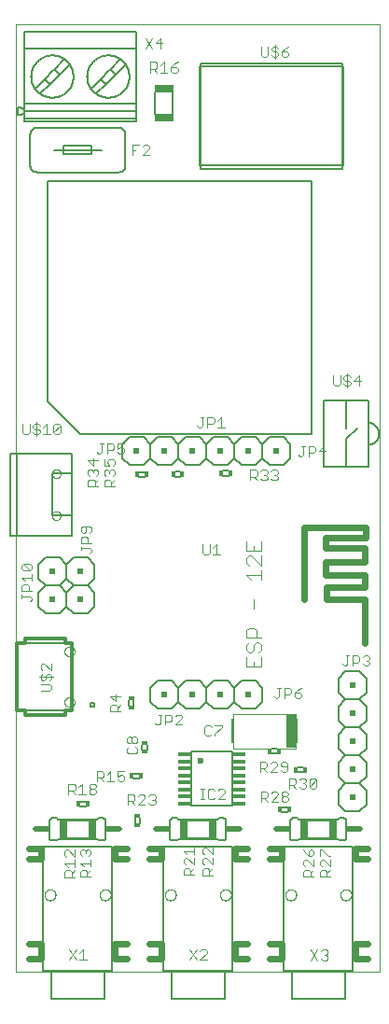
<source format=gto>
G75*
%MOIN*%
%OFA0B0*%
%FSLAX25Y25*%
%IPPOS*%
%LPD*%
%AMOC8*
5,1,8,0,0,1.08239X$1,22.5*
%
%ADD10C,0.00000*%
%ADD11C,0.00300*%
%ADD12C,0.02400*%
%ADD13C,0.00400*%
%ADD14C,0.00600*%
%ADD15R,0.02362X0.01181*%
%ADD16C,0.01200*%
%ADD17C,0.00500*%
%ADD18C,0.00800*%
%ADD19C,0.02362*%
%ADD20R,0.02900X0.06900*%
%ADD21C,0.02000*%
%ADD22R,0.01500X0.02000*%
%ADD23R,0.01181X0.02362*%
%ADD24C,0.02362*%
%ADD25R,0.05118X0.01181*%
%ADD26R,0.00787X0.08661*%
%ADD27R,0.03740X0.12205*%
%ADD28R,0.02000X0.02000*%
%ADD29R,0.06900X0.02900*%
D10*
X0006000Y0010849D02*
X0006000Y0349431D01*
X0135921Y0349431D01*
X0135921Y0010849D01*
X0006000Y0010849D01*
X0016188Y0038408D02*
X0016190Y0038496D01*
X0016196Y0038584D01*
X0016206Y0038672D01*
X0016220Y0038760D01*
X0016237Y0038846D01*
X0016259Y0038932D01*
X0016284Y0039016D01*
X0016314Y0039100D01*
X0016346Y0039182D01*
X0016383Y0039262D01*
X0016423Y0039341D01*
X0016467Y0039418D01*
X0016514Y0039493D01*
X0016564Y0039565D01*
X0016618Y0039636D01*
X0016674Y0039703D01*
X0016734Y0039769D01*
X0016796Y0039831D01*
X0016862Y0039891D01*
X0016929Y0039947D01*
X0017000Y0040001D01*
X0017072Y0040051D01*
X0017147Y0040098D01*
X0017224Y0040142D01*
X0017303Y0040182D01*
X0017383Y0040219D01*
X0017465Y0040251D01*
X0017549Y0040281D01*
X0017633Y0040306D01*
X0017719Y0040328D01*
X0017805Y0040345D01*
X0017893Y0040359D01*
X0017981Y0040369D01*
X0018069Y0040375D01*
X0018157Y0040377D01*
X0018245Y0040375D01*
X0018333Y0040369D01*
X0018421Y0040359D01*
X0018509Y0040345D01*
X0018595Y0040328D01*
X0018681Y0040306D01*
X0018765Y0040281D01*
X0018849Y0040251D01*
X0018931Y0040219D01*
X0019011Y0040182D01*
X0019090Y0040142D01*
X0019167Y0040098D01*
X0019242Y0040051D01*
X0019314Y0040001D01*
X0019385Y0039947D01*
X0019452Y0039891D01*
X0019518Y0039831D01*
X0019580Y0039769D01*
X0019640Y0039703D01*
X0019696Y0039636D01*
X0019750Y0039565D01*
X0019800Y0039493D01*
X0019847Y0039418D01*
X0019891Y0039341D01*
X0019931Y0039262D01*
X0019968Y0039182D01*
X0020000Y0039100D01*
X0020030Y0039016D01*
X0020055Y0038932D01*
X0020077Y0038846D01*
X0020094Y0038760D01*
X0020108Y0038672D01*
X0020118Y0038584D01*
X0020124Y0038496D01*
X0020126Y0038408D01*
X0020124Y0038320D01*
X0020118Y0038232D01*
X0020108Y0038144D01*
X0020094Y0038056D01*
X0020077Y0037970D01*
X0020055Y0037884D01*
X0020030Y0037800D01*
X0020000Y0037716D01*
X0019968Y0037634D01*
X0019931Y0037554D01*
X0019891Y0037475D01*
X0019847Y0037398D01*
X0019800Y0037323D01*
X0019750Y0037251D01*
X0019696Y0037180D01*
X0019640Y0037113D01*
X0019580Y0037047D01*
X0019518Y0036985D01*
X0019452Y0036925D01*
X0019385Y0036869D01*
X0019314Y0036815D01*
X0019242Y0036765D01*
X0019167Y0036718D01*
X0019090Y0036674D01*
X0019011Y0036634D01*
X0018931Y0036597D01*
X0018849Y0036565D01*
X0018765Y0036535D01*
X0018681Y0036510D01*
X0018595Y0036488D01*
X0018509Y0036471D01*
X0018421Y0036457D01*
X0018333Y0036447D01*
X0018245Y0036441D01*
X0018157Y0036439D01*
X0018069Y0036441D01*
X0017981Y0036447D01*
X0017893Y0036457D01*
X0017805Y0036471D01*
X0017719Y0036488D01*
X0017633Y0036510D01*
X0017549Y0036535D01*
X0017465Y0036565D01*
X0017383Y0036597D01*
X0017303Y0036634D01*
X0017224Y0036674D01*
X0017147Y0036718D01*
X0017072Y0036765D01*
X0017000Y0036815D01*
X0016929Y0036869D01*
X0016862Y0036925D01*
X0016796Y0036985D01*
X0016734Y0037047D01*
X0016674Y0037113D01*
X0016618Y0037180D01*
X0016564Y0037251D01*
X0016514Y0037323D01*
X0016467Y0037398D01*
X0016423Y0037475D01*
X0016383Y0037554D01*
X0016346Y0037634D01*
X0016314Y0037716D01*
X0016284Y0037800D01*
X0016259Y0037884D01*
X0016237Y0037970D01*
X0016220Y0038056D01*
X0016206Y0038144D01*
X0016196Y0038232D01*
X0016190Y0038320D01*
X0016188Y0038408D01*
X0035874Y0038408D02*
X0035876Y0038496D01*
X0035882Y0038584D01*
X0035892Y0038672D01*
X0035906Y0038760D01*
X0035923Y0038846D01*
X0035945Y0038932D01*
X0035970Y0039016D01*
X0036000Y0039100D01*
X0036032Y0039182D01*
X0036069Y0039262D01*
X0036109Y0039341D01*
X0036153Y0039418D01*
X0036200Y0039493D01*
X0036250Y0039565D01*
X0036304Y0039636D01*
X0036360Y0039703D01*
X0036420Y0039769D01*
X0036482Y0039831D01*
X0036548Y0039891D01*
X0036615Y0039947D01*
X0036686Y0040001D01*
X0036758Y0040051D01*
X0036833Y0040098D01*
X0036910Y0040142D01*
X0036989Y0040182D01*
X0037069Y0040219D01*
X0037151Y0040251D01*
X0037235Y0040281D01*
X0037319Y0040306D01*
X0037405Y0040328D01*
X0037491Y0040345D01*
X0037579Y0040359D01*
X0037667Y0040369D01*
X0037755Y0040375D01*
X0037843Y0040377D01*
X0037931Y0040375D01*
X0038019Y0040369D01*
X0038107Y0040359D01*
X0038195Y0040345D01*
X0038281Y0040328D01*
X0038367Y0040306D01*
X0038451Y0040281D01*
X0038535Y0040251D01*
X0038617Y0040219D01*
X0038697Y0040182D01*
X0038776Y0040142D01*
X0038853Y0040098D01*
X0038928Y0040051D01*
X0039000Y0040001D01*
X0039071Y0039947D01*
X0039138Y0039891D01*
X0039204Y0039831D01*
X0039266Y0039769D01*
X0039326Y0039703D01*
X0039382Y0039636D01*
X0039436Y0039565D01*
X0039486Y0039493D01*
X0039533Y0039418D01*
X0039577Y0039341D01*
X0039617Y0039262D01*
X0039654Y0039182D01*
X0039686Y0039100D01*
X0039716Y0039016D01*
X0039741Y0038932D01*
X0039763Y0038846D01*
X0039780Y0038760D01*
X0039794Y0038672D01*
X0039804Y0038584D01*
X0039810Y0038496D01*
X0039812Y0038408D01*
X0039810Y0038320D01*
X0039804Y0038232D01*
X0039794Y0038144D01*
X0039780Y0038056D01*
X0039763Y0037970D01*
X0039741Y0037884D01*
X0039716Y0037800D01*
X0039686Y0037716D01*
X0039654Y0037634D01*
X0039617Y0037554D01*
X0039577Y0037475D01*
X0039533Y0037398D01*
X0039486Y0037323D01*
X0039436Y0037251D01*
X0039382Y0037180D01*
X0039326Y0037113D01*
X0039266Y0037047D01*
X0039204Y0036985D01*
X0039138Y0036925D01*
X0039071Y0036869D01*
X0039000Y0036815D01*
X0038928Y0036765D01*
X0038853Y0036718D01*
X0038776Y0036674D01*
X0038697Y0036634D01*
X0038617Y0036597D01*
X0038535Y0036565D01*
X0038451Y0036535D01*
X0038367Y0036510D01*
X0038281Y0036488D01*
X0038195Y0036471D01*
X0038107Y0036457D01*
X0038019Y0036447D01*
X0037931Y0036441D01*
X0037843Y0036439D01*
X0037755Y0036441D01*
X0037667Y0036447D01*
X0037579Y0036457D01*
X0037491Y0036471D01*
X0037405Y0036488D01*
X0037319Y0036510D01*
X0037235Y0036535D01*
X0037151Y0036565D01*
X0037069Y0036597D01*
X0036989Y0036634D01*
X0036910Y0036674D01*
X0036833Y0036718D01*
X0036758Y0036765D01*
X0036686Y0036815D01*
X0036615Y0036869D01*
X0036548Y0036925D01*
X0036482Y0036985D01*
X0036420Y0037047D01*
X0036360Y0037113D01*
X0036304Y0037180D01*
X0036250Y0037251D01*
X0036200Y0037323D01*
X0036153Y0037398D01*
X0036109Y0037475D01*
X0036069Y0037554D01*
X0036032Y0037634D01*
X0036000Y0037716D01*
X0035970Y0037800D01*
X0035945Y0037884D01*
X0035923Y0037970D01*
X0035906Y0038056D01*
X0035892Y0038144D01*
X0035882Y0038232D01*
X0035876Y0038320D01*
X0035874Y0038408D01*
X0059188Y0038408D02*
X0059190Y0038496D01*
X0059196Y0038584D01*
X0059206Y0038672D01*
X0059220Y0038760D01*
X0059237Y0038846D01*
X0059259Y0038932D01*
X0059284Y0039016D01*
X0059314Y0039100D01*
X0059346Y0039182D01*
X0059383Y0039262D01*
X0059423Y0039341D01*
X0059467Y0039418D01*
X0059514Y0039493D01*
X0059564Y0039565D01*
X0059618Y0039636D01*
X0059674Y0039703D01*
X0059734Y0039769D01*
X0059796Y0039831D01*
X0059862Y0039891D01*
X0059929Y0039947D01*
X0060000Y0040001D01*
X0060072Y0040051D01*
X0060147Y0040098D01*
X0060224Y0040142D01*
X0060303Y0040182D01*
X0060383Y0040219D01*
X0060465Y0040251D01*
X0060549Y0040281D01*
X0060633Y0040306D01*
X0060719Y0040328D01*
X0060805Y0040345D01*
X0060893Y0040359D01*
X0060981Y0040369D01*
X0061069Y0040375D01*
X0061157Y0040377D01*
X0061245Y0040375D01*
X0061333Y0040369D01*
X0061421Y0040359D01*
X0061509Y0040345D01*
X0061595Y0040328D01*
X0061681Y0040306D01*
X0061765Y0040281D01*
X0061849Y0040251D01*
X0061931Y0040219D01*
X0062011Y0040182D01*
X0062090Y0040142D01*
X0062167Y0040098D01*
X0062242Y0040051D01*
X0062314Y0040001D01*
X0062385Y0039947D01*
X0062452Y0039891D01*
X0062518Y0039831D01*
X0062580Y0039769D01*
X0062640Y0039703D01*
X0062696Y0039636D01*
X0062750Y0039565D01*
X0062800Y0039493D01*
X0062847Y0039418D01*
X0062891Y0039341D01*
X0062931Y0039262D01*
X0062968Y0039182D01*
X0063000Y0039100D01*
X0063030Y0039016D01*
X0063055Y0038932D01*
X0063077Y0038846D01*
X0063094Y0038760D01*
X0063108Y0038672D01*
X0063118Y0038584D01*
X0063124Y0038496D01*
X0063126Y0038408D01*
X0063124Y0038320D01*
X0063118Y0038232D01*
X0063108Y0038144D01*
X0063094Y0038056D01*
X0063077Y0037970D01*
X0063055Y0037884D01*
X0063030Y0037800D01*
X0063000Y0037716D01*
X0062968Y0037634D01*
X0062931Y0037554D01*
X0062891Y0037475D01*
X0062847Y0037398D01*
X0062800Y0037323D01*
X0062750Y0037251D01*
X0062696Y0037180D01*
X0062640Y0037113D01*
X0062580Y0037047D01*
X0062518Y0036985D01*
X0062452Y0036925D01*
X0062385Y0036869D01*
X0062314Y0036815D01*
X0062242Y0036765D01*
X0062167Y0036718D01*
X0062090Y0036674D01*
X0062011Y0036634D01*
X0061931Y0036597D01*
X0061849Y0036565D01*
X0061765Y0036535D01*
X0061681Y0036510D01*
X0061595Y0036488D01*
X0061509Y0036471D01*
X0061421Y0036457D01*
X0061333Y0036447D01*
X0061245Y0036441D01*
X0061157Y0036439D01*
X0061069Y0036441D01*
X0060981Y0036447D01*
X0060893Y0036457D01*
X0060805Y0036471D01*
X0060719Y0036488D01*
X0060633Y0036510D01*
X0060549Y0036535D01*
X0060465Y0036565D01*
X0060383Y0036597D01*
X0060303Y0036634D01*
X0060224Y0036674D01*
X0060147Y0036718D01*
X0060072Y0036765D01*
X0060000Y0036815D01*
X0059929Y0036869D01*
X0059862Y0036925D01*
X0059796Y0036985D01*
X0059734Y0037047D01*
X0059674Y0037113D01*
X0059618Y0037180D01*
X0059564Y0037251D01*
X0059514Y0037323D01*
X0059467Y0037398D01*
X0059423Y0037475D01*
X0059383Y0037554D01*
X0059346Y0037634D01*
X0059314Y0037716D01*
X0059284Y0037800D01*
X0059259Y0037884D01*
X0059237Y0037970D01*
X0059220Y0038056D01*
X0059206Y0038144D01*
X0059196Y0038232D01*
X0059190Y0038320D01*
X0059188Y0038408D01*
X0078874Y0038408D02*
X0078876Y0038496D01*
X0078882Y0038584D01*
X0078892Y0038672D01*
X0078906Y0038760D01*
X0078923Y0038846D01*
X0078945Y0038932D01*
X0078970Y0039016D01*
X0079000Y0039100D01*
X0079032Y0039182D01*
X0079069Y0039262D01*
X0079109Y0039341D01*
X0079153Y0039418D01*
X0079200Y0039493D01*
X0079250Y0039565D01*
X0079304Y0039636D01*
X0079360Y0039703D01*
X0079420Y0039769D01*
X0079482Y0039831D01*
X0079548Y0039891D01*
X0079615Y0039947D01*
X0079686Y0040001D01*
X0079758Y0040051D01*
X0079833Y0040098D01*
X0079910Y0040142D01*
X0079989Y0040182D01*
X0080069Y0040219D01*
X0080151Y0040251D01*
X0080235Y0040281D01*
X0080319Y0040306D01*
X0080405Y0040328D01*
X0080491Y0040345D01*
X0080579Y0040359D01*
X0080667Y0040369D01*
X0080755Y0040375D01*
X0080843Y0040377D01*
X0080931Y0040375D01*
X0081019Y0040369D01*
X0081107Y0040359D01*
X0081195Y0040345D01*
X0081281Y0040328D01*
X0081367Y0040306D01*
X0081451Y0040281D01*
X0081535Y0040251D01*
X0081617Y0040219D01*
X0081697Y0040182D01*
X0081776Y0040142D01*
X0081853Y0040098D01*
X0081928Y0040051D01*
X0082000Y0040001D01*
X0082071Y0039947D01*
X0082138Y0039891D01*
X0082204Y0039831D01*
X0082266Y0039769D01*
X0082326Y0039703D01*
X0082382Y0039636D01*
X0082436Y0039565D01*
X0082486Y0039493D01*
X0082533Y0039418D01*
X0082577Y0039341D01*
X0082617Y0039262D01*
X0082654Y0039182D01*
X0082686Y0039100D01*
X0082716Y0039016D01*
X0082741Y0038932D01*
X0082763Y0038846D01*
X0082780Y0038760D01*
X0082794Y0038672D01*
X0082804Y0038584D01*
X0082810Y0038496D01*
X0082812Y0038408D01*
X0082810Y0038320D01*
X0082804Y0038232D01*
X0082794Y0038144D01*
X0082780Y0038056D01*
X0082763Y0037970D01*
X0082741Y0037884D01*
X0082716Y0037800D01*
X0082686Y0037716D01*
X0082654Y0037634D01*
X0082617Y0037554D01*
X0082577Y0037475D01*
X0082533Y0037398D01*
X0082486Y0037323D01*
X0082436Y0037251D01*
X0082382Y0037180D01*
X0082326Y0037113D01*
X0082266Y0037047D01*
X0082204Y0036985D01*
X0082138Y0036925D01*
X0082071Y0036869D01*
X0082000Y0036815D01*
X0081928Y0036765D01*
X0081853Y0036718D01*
X0081776Y0036674D01*
X0081697Y0036634D01*
X0081617Y0036597D01*
X0081535Y0036565D01*
X0081451Y0036535D01*
X0081367Y0036510D01*
X0081281Y0036488D01*
X0081195Y0036471D01*
X0081107Y0036457D01*
X0081019Y0036447D01*
X0080931Y0036441D01*
X0080843Y0036439D01*
X0080755Y0036441D01*
X0080667Y0036447D01*
X0080579Y0036457D01*
X0080491Y0036471D01*
X0080405Y0036488D01*
X0080319Y0036510D01*
X0080235Y0036535D01*
X0080151Y0036565D01*
X0080069Y0036597D01*
X0079989Y0036634D01*
X0079910Y0036674D01*
X0079833Y0036718D01*
X0079758Y0036765D01*
X0079686Y0036815D01*
X0079615Y0036869D01*
X0079548Y0036925D01*
X0079482Y0036985D01*
X0079420Y0037047D01*
X0079360Y0037113D01*
X0079304Y0037180D01*
X0079250Y0037251D01*
X0079200Y0037323D01*
X0079153Y0037398D01*
X0079109Y0037475D01*
X0079069Y0037554D01*
X0079032Y0037634D01*
X0079000Y0037716D01*
X0078970Y0037800D01*
X0078945Y0037884D01*
X0078923Y0037970D01*
X0078906Y0038056D01*
X0078892Y0038144D01*
X0078882Y0038232D01*
X0078876Y0038320D01*
X0078874Y0038408D01*
X0102188Y0038408D02*
X0102190Y0038496D01*
X0102196Y0038584D01*
X0102206Y0038672D01*
X0102220Y0038760D01*
X0102237Y0038846D01*
X0102259Y0038932D01*
X0102284Y0039016D01*
X0102314Y0039100D01*
X0102346Y0039182D01*
X0102383Y0039262D01*
X0102423Y0039341D01*
X0102467Y0039418D01*
X0102514Y0039493D01*
X0102564Y0039565D01*
X0102618Y0039636D01*
X0102674Y0039703D01*
X0102734Y0039769D01*
X0102796Y0039831D01*
X0102862Y0039891D01*
X0102929Y0039947D01*
X0103000Y0040001D01*
X0103072Y0040051D01*
X0103147Y0040098D01*
X0103224Y0040142D01*
X0103303Y0040182D01*
X0103383Y0040219D01*
X0103465Y0040251D01*
X0103549Y0040281D01*
X0103633Y0040306D01*
X0103719Y0040328D01*
X0103805Y0040345D01*
X0103893Y0040359D01*
X0103981Y0040369D01*
X0104069Y0040375D01*
X0104157Y0040377D01*
X0104245Y0040375D01*
X0104333Y0040369D01*
X0104421Y0040359D01*
X0104509Y0040345D01*
X0104595Y0040328D01*
X0104681Y0040306D01*
X0104765Y0040281D01*
X0104849Y0040251D01*
X0104931Y0040219D01*
X0105011Y0040182D01*
X0105090Y0040142D01*
X0105167Y0040098D01*
X0105242Y0040051D01*
X0105314Y0040001D01*
X0105385Y0039947D01*
X0105452Y0039891D01*
X0105518Y0039831D01*
X0105580Y0039769D01*
X0105640Y0039703D01*
X0105696Y0039636D01*
X0105750Y0039565D01*
X0105800Y0039493D01*
X0105847Y0039418D01*
X0105891Y0039341D01*
X0105931Y0039262D01*
X0105968Y0039182D01*
X0106000Y0039100D01*
X0106030Y0039016D01*
X0106055Y0038932D01*
X0106077Y0038846D01*
X0106094Y0038760D01*
X0106108Y0038672D01*
X0106118Y0038584D01*
X0106124Y0038496D01*
X0106126Y0038408D01*
X0106124Y0038320D01*
X0106118Y0038232D01*
X0106108Y0038144D01*
X0106094Y0038056D01*
X0106077Y0037970D01*
X0106055Y0037884D01*
X0106030Y0037800D01*
X0106000Y0037716D01*
X0105968Y0037634D01*
X0105931Y0037554D01*
X0105891Y0037475D01*
X0105847Y0037398D01*
X0105800Y0037323D01*
X0105750Y0037251D01*
X0105696Y0037180D01*
X0105640Y0037113D01*
X0105580Y0037047D01*
X0105518Y0036985D01*
X0105452Y0036925D01*
X0105385Y0036869D01*
X0105314Y0036815D01*
X0105242Y0036765D01*
X0105167Y0036718D01*
X0105090Y0036674D01*
X0105011Y0036634D01*
X0104931Y0036597D01*
X0104849Y0036565D01*
X0104765Y0036535D01*
X0104681Y0036510D01*
X0104595Y0036488D01*
X0104509Y0036471D01*
X0104421Y0036457D01*
X0104333Y0036447D01*
X0104245Y0036441D01*
X0104157Y0036439D01*
X0104069Y0036441D01*
X0103981Y0036447D01*
X0103893Y0036457D01*
X0103805Y0036471D01*
X0103719Y0036488D01*
X0103633Y0036510D01*
X0103549Y0036535D01*
X0103465Y0036565D01*
X0103383Y0036597D01*
X0103303Y0036634D01*
X0103224Y0036674D01*
X0103147Y0036718D01*
X0103072Y0036765D01*
X0103000Y0036815D01*
X0102929Y0036869D01*
X0102862Y0036925D01*
X0102796Y0036985D01*
X0102734Y0037047D01*
X0102674Y0037113D01*
X0102618Y0037180D01*
X0102564Y0037251D01*
X0102514Y0037323D01*
X0102467Y0037398D01*
X0102423Y0037475D01*
X0102383Y0037554D01*
X0102346Y0037634D01*
X0102314Y0037716D01*
X0102284Y0037800D01*
X0102259Y0037884D01*
X0102237Y0037970D01*
X0102220Y0038056D01*
X0102206Y0038144D01*
X0102196Y0038232D01*
X0102190Y0038320D01*
X0102188Y0038408D01*
X0121874Y0038408D02*
X0121876Y0038496D01*
X0121882Y0038584D01*
X0121892Y0038672D01*
X0121906Y0038760D01*
X0121923Y0038846D01*
X0121945Y0038932D01*
X0121970Y0039016D01*
X0122000Y0039100D01*
X0122032Y0039182D01*
X0122069Y0039262D01*
X0122109Y0039341D01*
X0122153Y0039418D01*
X0122200Y0039493D01*
X0122250Y0039565D01*
X0122304Y0039636D01*
X0122360Y0039703D01*
X0122420Y0039769D01*
X0122482Y0039831D01*
X0122548Y0039891D01*
X0122615Y0039947D01*
X0122686Y0040001D01*
X0122758Y0040051D01*
X0122833Y0040098D01*
X0122910Y0040142D01*
X0122989Y0040182D01*
X0123069Y0040219D01*
X0123151Y0040251D01*
X0123235Y0040281D01*
X0123319Y0040306D01*
X0123405Y0040328D01*
X0123491Y0040345D01*
X0123579Y0040359D01*
X0123667Y0040369D01*
X0123755Y0040375D01*
X0123843Y0040377D01*
X0123931Y0040375D01*
X0124019Y0040369D01*
X0124107Y0040359D01*
X0124195Y0040345D01*
X0124281Y0040328D01*
X0124367Y0040306D01*
X0124451Y0040281D01*
X0124535Y0040251D01*
X0124617Y0040219D01*
X0124697Y0040182D01*
X0124776Y0040142D01*
X0124853Y0040098D01*
X0124928Y0040051D01*
X0125000Y0040001D01*
X0125071Y0039947D01*
X0125138Y0039891D01*
X0125204Y0039831D01*
X0125266Y0039769D01*
X0125326Y0039703D01*
X0125382Y0039636D01*
X0125436Y0039565D01*
X0125486Y0039493D01*
X0125533Y0039418D01*
X0125577Y0039341D01*
X0125617Y0039262D01*
X0125654Y0039182D01*
X0125686Y0039100D01*
X0125716Y0039016D01*
X0125741Y0038932D01*
X0125763Y0038846D01*
X0125780Y0038760D01*
X0125794Y0038672D01*
X0125804Y0038584D01*
X0125810Y0038496D01*
X0125812Y0038408D01*
X0125810Y0038320D01*
X0125804Y0038232D01*
X0125794Y0038144D01*
X0125780Y0038056D01*
X0125763Y0037970D01*
X0125741Y0037884D01*
X0125716Y0037800D01*
X0125686Y0037716D01*
X0125654Y0037634D01*
X0125617Y0037554D01*
X0125577Y0037475D01*
X0125533Y0037398D01*
X0125486Y0037323D01*
X0125436Y0037251D01*
X0125382Y0037180D01*
X0125326Y0037113D01*
X0125266Y0037047D01*
X0125204Y0036985D01*
X0125138Y0036925D01*
X0125071Y0036869D01*
X0125000Y0036815D01*
X0124928Y0036765D01*
X0124853Y0036718D01*
X0124776Y0036674D01*
X0124697Y0036634D01*
X0124617Y0036597D01*
X0124535Y0036565D01*
X0124451Y0036535D01*
X0124367Y0036510D01*
X0124281Y0036488D01*
X0124195Y0036471D01*
X0124107Y0036457D01*
X0124019Y0036447D01*
X0123931Y0036441D01*
X0123843Y0036439D01*
X0123755Y0036441D01*
X0123667Y0036447D01*
X0123579Y0036457D01*
X0123491Y0036471D01*
X0123405Y0036488D01*
X0123319Y0036510D01*
X0123235Y0036535D01*
X0123151Y0036565D01*
X0123069Y0036597D01*
X0122989Y0036634D01*
X0122910Y0036674D01*
X0122833Y0036718D01*
X0122758Y0036765D01*
X0122686Y0036815D01*
X0122615Y0036869D01*
X0122548Y0036925D01*
X0122482Y0036985D01*
X0122420Y0037047D01*
X0122360Y0037113D01*
X0122304Y0037180D01*
X0122250Y0037251D01*
X0122200Y0037323D01*
X0122153Y0037398D01*
X0122109Y0037475D01*
X0122069Y0037554D01*
X0122032Y0037634D01*
X0122000Y0037716D01*
X0121970Y0037800D01*
X0121945Y0037884D01*
X0121923Y0037970D01*
X0121906Y0038056D01*
X0121892Y0038144D01*
X0121882Y0038232D01*
X0121876Y0038320D01*
X0121874Y0038408D01*
X0023322Y0107235D02*
X0023324Y0107319D01*
X0023330Y0107402D01*
X0023340Y0107485D01*
X0023354Y0107568D01*
X0023371Y0107650D01*
X0023393Y0107731D01*
X0023418Y0107810D01*
X0023447Y0107889D01*
X0023480Y0107966D01*
X0023516Y0108041D01*
X0023556Y0108115D01*
X0023599Y0108187D01*
X0023646Y0108256D01*
X0023696Y0108323D01*
X0023749Y0108388D01*
X0023805Y0108450D01*
X0023863Y0108510D01*
X0023925Y0108567D01*
X0023989Y0108620D01*
X0024056Y0108671D01*
X0024125Y0108718D01*
X0024196Y0108763D01*
X0024269Y0108803D01*
X0024344Y0108840D01*
X0024421Y0108874D01*
X0024499Y0108904D01*
X0024578Y0108930D01*
X0024659Y0108953D01*
X0024741Y0108971D01*
X0024823Y0108986D01*
X0024906Y0108997D01*
X0024989Y0109004D01*
X0025073Y0109007D01*
X0025157Y0109006D01*
X0025240Y0109001D01*
X0025324Y0108992D01*
X0025406Y0108979D01*
X0025488Y0108963D01*
X0025569Y0108942D01*
X0025650Y0108918D01*
X0025728Y0108890D01*
X0025806Y0108858D01*
X0025882Y0108822D01*
X0025956Y0108783D01*
X0026028Y0108741D01*
X0026098Y0108695D01*
X0026166Y0108646D01*
X0026231Y0108594D01*
X0026294Y0108539D01*
X0026354Y0108481D01*
X0026412Y0108420D01*
X0026466Y0108356D01*
X0026518Y0108290D01*
X0026566Y0108222D01*
X0026611Y0108151D01*
X0026652Y0108078D01*
X0026691Y0108004D01*
X0026725Y0107928D01*
X0026756Y0107850D01*
X0026783Y0107771D01*
X0026807Y0107690D01*
X0026826Y0107609D01*
X0026842Y0107527D01*
X0026854Y0107444D01*
X0026862Y0107360D01*
X0026866Y0107277D01*
X0026866Y0107193D01*
X0026862Y0107110D01*
X0026854Y0107026D01*
X0026842Y0106943D01*
X0026826Y0106861D01*
X0026807Y0106780D01*
X0026783Y0106699D01*
X0026756Y0106620D01*
X0026725Y0106542D01*
X0026691Y0106466D01*
X0026652Y0106392D01*
X0026611Y0106319D01*
X0026566Y0106248D01*
X0026518Y0106180D01*
X0026466Y0106114D01*
X0026412Y0106050D01*
X0026354Y0105989D01*
X0026294Y0105931D01*
X0026231Y0105876D01*
X0026166Y0105824D01*
X0026098Y0105775D01*
X0026028Y0105729D01*
X0025956Y0105687D01*
X0025882Y0105648D01*
X0025806Y0105612D01*
X0025728Y0105580D01*
X0025650Y0105552D01*
X0025569Y0105528D01*
X0025488Y0105507D01*
X0025406Y0105491D01*
X0025324Y0105478D01*
X0025240Y0105469D01*
X0025157Y0105464D01*
X0025073Y0105463D01*
X0024989Y0105466D01*
X0024906Y0105473D01*
X0024823Y0105484D01*
X0024741Y0105499D01*
X0024659Y0105517D01*
X0024578Y0105540D01*
X0024499Y0105566D01*
X0024421Y0105596D01*
X0024344Y0105630D01*
X0024269Y0105667D01*
X0024196Y0105707D01*
X0024125Y0105752D01*
X0024056Y0105799D01*
X0023989Y0105850D01*
X0023925Y0105903D01*
X0023863Y0105960D01*
X0023805Y0106020D01*
X0023749Y0106082D01*
X0023696Y0106147D01*
X0023646Y0106214D01*
X0023599Y0106283D01*
X0023556Y0106355D01*
X0023516Y0106429D01*
X0023480Y0106504D01*
X0023447Y0106581D01*
X0023418Y0106660D01*
X0023393Y0106739D01*
X0023371Y0106820D01*
X0023354Y0106902D01*
X0023340Y0106985D01*
X0023330Y0107068D01*
X0023324Y0107151D01*
X0023322Y0107235D01*
X0023322Y0125345D02*
X0023324Y0125429D01*
X0023330Y0125512D01*
X0023340Y0125595D01*
X0023354Y0125678D01*
X0023371Y0125760D01*
X0023393Y0125841D01*
X0023418Y0125920D01*
X0023447Y0125999D01*
X0023480Y0126076D01*
X0023516Y0126151D01*
X0023556Y0126225D01*
X0023599Y0126297D01*
X0023646Y0126366D01*
X0023696Y0126433D01*
X0023749Y0126498D01*
X0023805Y0126560D01*
X0023863Y0126620D01*
X0023925Y0126677D01*
X0023989Y0126730D01*
X0024056Y0126781D01*
X0024125Y0126828D01*
X0024196Y0126873D01*
X0024269Y0126913D01*
X0024344Y0126950D01*
X0024421Y0126984D01*
X0024499Y0127014D01*
X0024578Y0127040D01*
X0024659Y0127063D01*
X0024741Y0127081D01*
X0024823Y0127096D01*
X0024906Y0127107D01*
X0024989Y0127114D01*
X0025073Y0127117D01*
X0025157Y0127116D01*
X0025240Y0127111D01*
X0025324Y0127102D01*
X0025406Y0127089D01*
X0025488Y0127073D01*
X0025569Y0127052D01*
X0025650Y0127028D01*
X0025728Y0127000D01*
X0025806Y0126968D01*
X0025882Y0126932D01*
X0025956Y0126893D01*
X0026028Y0126851D01*
X0026098Y0126805D01*
X0026166Y0126756D01*
X0026231Y0126704D01*
X0026294Y0126649D01*
X0026354Y0126591D01*
X0026412Y0126530D01*
X0026466Y0126466D01*
X0026518Y0126400D01*
X0026566Y0126332D01*
X0026611Y0126261D01*
X0026652Y0126188D01*
X0026691Y0126114D01*
X0026725Y0126038D01*
X0026756Y0125960D01*
X0026783Y0125881D01*
X0026807Y0125800D01*
X0026826Y0125719D01*
X0026842Y0125637D01*
X0026854Y0125554D01*
X0026862Y0125470D01*
X0026866Y0125387D01*
X0026866Y0125303D01*
X0026862Y0125220D01*
X0026854Y0125136D01*
X0026842Y0125053D01*
X0026826Y0124971D01*
X0026807Y0124890D01*
X0026783Y0124809D01*
X0026756Y0124730D01*
X0026725Y0124652D01*
X0026691Y0124576D01*
X0026652Y0124502D01*
X0026611Y0124429D01*
X0026566Y0124358D01*
X0026518Y0124290D01*
X0026466Y0124224D01*
X0026412Y0124160D01*
X0026354Y0124099D01*
X0026294Y0124041D01*
X0026231Y0123986D01*
X0026166Y0123934D01*
X0026098Y0123885D01*
X0026028Y0123839D01*
X0025956Y0123797D01*
X0025882Y0123758D01*
X0025806Y0123722D01*
X0025728Y0123690D01*
X0025650Y0123662D01*
X0025569Y0123638D01*
X0025488Y0123617D01*
X0025406Y0123601D01*
X0025324Y0123588D01*
X0025240Y0123579D01*
X0025157Y0123574D01*
X0025073Y0123573D01*
X0024989Y0123576D01*
X0024906Y0123583D01*
X0024823Y0123594D01*
X0024741Y0123609D01*
X0024659Y0123627D01*
X0024578Y0123650D01*
X0024499Y0123676D01*
X0024421Y0123706D01*
X0024344Y0123740D01*
X0024269Y0123777D01*
X0024196Y0123817D01*
X0024125Y0123862D01*
X0024056Y0123909D01*
X0023989Y0123960D01*
X0023925Y0124013D01*
X0023863Y0124070D01*
X0023805Y0124130D01*
X0023749Y0124192D01*
X0023696Y0124257D01*
X0023646Y0124324D01*
X0023599Y0124393D01*
X0023556Y0124465D01*
X0023516Y0124539D01*
X0023480Y0124614D01*
X0023447Y0124691D01*
X0023418Y0124770D01*
X0023393Y0124849D01*
X0023371Y0124930D01*
X0023354Y0125012D01*
X0023340Y0125095D01*
X0023330Y0125178D01*
X0023324Y0125261D01*
X0023322Y0125345D01*
X0018798Y0173869D02*
X0018800Y0173948D01*
X0018806Y0174027D01*
X0018816Y0174106D01*
X0018830Y0174184D01*
X0018847Y0174261D01*
X0018869Y0174337D01*
X0018894Y0174412D01*
X0018924Y0174485D01*
X0018956Y0174557D01*
X0018993Y0174628D01*
X0019033Y0174696D01*
X0019076Y0174762D01*
X0019122Y0174826D01*
X0019172Y0174888D01*
X0019225Y0174947D01*
X0019280Y0175003D01*
X0019339Y0175057D01*
X0019400Y0175107D01*
X0019463Y0175155D01*
X0019529Y0175199D01*
X0019597Y0175240D01*
X0019667Y0175277D01*
X0019738Y0175311D01*
X0019812Y0175341D01*
X0019886Y0175367D01*
X0019962Y0175389D01*
X0020039Y0175408D01*
X0020117Y0175423D01*
X0020195Y0175434D01*
X0020274Y0175441D01*
X0020353Y0175444D01*
X0020432Y0175443D01*
X0020511Y0175438D01*
X0020590Y0175429D01*
X0020668Y0175416D01*
X0020745Y0175399D01*
X0020822Y0175379D01*
X0020897Y0175354D01*
X0020971Y0175326D01*
X0021044Y0175294D01*
X0021114Y0175259D01*
X0021183Y0175220D01*
X0021250Y0175177D01*
X0021315Y0175131D01*
X0021377Y0175083D01*
X0021437Y0175031D01*
X0021494Y0174976D01*
X0021548Y0174918D01*
X0021599Y0174858D01*
X0021647Y0174795D01*
X0021692Y0174730D01*
X0021734Y0174662D01*
X0021772Y0174593D01*
X0021806Y0174522D01*
X0021837Y0174449D01*
X0021865Y0174374D01*
X0021888Y0174299D01*
X0021908Y0174222D01*
X0021924Y0174145D01*
X0021936Y0174066D01*
X0021944Y0173988D01*
X0021948Y0173909D01*
X0021948Y0173829D01*
X0021944Y0173750D01*
X0021936Y0173672D01*
X0021924Y0173593D01*
X0021908Y0173516D01*
X0021888Y0173439D01*
X0021865Y0173364D01*
X0021837Y0173289D01*
X0021806Y0173216D01*
X0021772Y0173145D01*
X0021734Y0173076D01*
X0021692Y0173008D01*
X0021647Y0172943D01*
X0021599Y0172880D01*
X0021548Y0172820D01*
X0021494Y0172762D01*
X0021437Y0172707D01*
X0021377Y0172655D01*
X0021315Y0172607D01*
X0021250Y0172561D01*
X0021183Y0172518D01*
X0021114Y0172479D01*
X0021044Y0172444D01*
X0020971Y0172412D01*
X0020897Y0172384D01*
X0020822Y0172359D01*
X0020745Y0172339D01*
X0020668Y0172322D01*
X0020590Y0172309D01*
X0020511Y0172300D01*
X0020432Y0172295D01*
X0020353Y0172294D01*
X0020274Y0172297D01*
X0020195Y0172304D01*
X0020117Y0172315D01*
X0020039Y0172330D01*
X0019962Y0172349D01*
X0019886Y0172371D01*
X0019812Y0172397D01*
X0019738Y0172427D01*
X0019667Y0172461D01*
X0019597Y0172498D01*
X0019529Y0172539D01*
X0019463Y0172583D01*
X0019400Y0172631D01*
X0019339Y0172681D01*
X0019280Y0172735D01*
X0019225Y0172791D01*
X0019172Y0172850D01*
X0019122Y0172912D01*
X0019076Y0172976D01*
X0019033Y0173042D01*
X0018993Y0173110D01*
X0018956Y0173181D01*
X0018924Y0173253D01*
X0018894Y0173326D01*
X0018869Y0173401D01*
X0018847Y0173477D01*
X0018830Y0173554D01*
X0018816Y0173632D01*
X0018806Y0173711D01*
X0018800Y0173790D01*
X0018798Y0173869D01*
X0018798Y0188829D02*
X0018800Y0188908D01*
X0018806Y0188987D01*
X0018816Y0189066D01*
X0018830Y0189144D01*
X0018847Y0189221D01*
X0018869Y0189297D01*
X0018894Y0189372D01*
X0018924Y0189445D01*
X0018956Y0189517D01*
X0018993Y0189588D01*
X0019033Y0189656D01*
X0019076Y0189722D01*
X0019122Y0189786D01*
X0019172Y0189848D01*
X0019225Y0189907D01*
X0019280Y0189963D01*
X0019339Y0190017D01*
X0019400Y0190067D01*
X0019463Y0190115D01*
X0019529Y0190159D01*
X0019597Y0190200D01*
X0019667Y0190237D01*
X0019738Y0190271D01*
X0019812Y0190301D01*
X0019886Y0190327D01*
X0019962Y0190349D01*
X0020039Y0190368D01*
X0020117Y0190383D01*
X0020195Y0190394D01*
X0020274Y0190401D01*
X0020353Y0190404D01*
X0020432Y0190403D01*
X0020511Y0190398D01*
X0020590Y0190389D01*
X0020668Y0190376D01*
X0020745Y0190359D01*
X0020822Y0190339D01*
X0020897Y0190314D01*
X0020971Y0190286D01*
X0021044Y0190254D01*
X0021114Y0190219D01*
X0021183Y0190180D01*
X0021250Y0190137D01*
X0021315Y0190091D01*
X0021377Y0190043D01*
X0021437Y0189991D01*
X0021494Y0189936D01*
X0021548Y0189878D01*
X0021599Y0189818D01*
X0021647Y0189755D01*
X0021692Y0189690D01*
X0021734Y0189622D01*
X0021772Y0189553D01*
X0021806Y0189482D01*
X0021837Y0189409D01*
X0021865Y0189334D01*
X0021888Y0189259D01*
X0021908Y0189182D01*
X0021924Y0189105D01*
X0021936Y0189026D01*
X0021944Y0188948D01*
X0021948Y0188869D01*
X0021948Y0188789D01*
X0021944Y0188710D01*
X0021936Y0188632D01*
X0021924Y0188553D01*
X0021908Y0188476D01*
X0021888Y0188399D01*
X0021865Y0188324D01*
X0021837Y0188249D01*
X0021806Y0188176D01*
X0021772Y0188105D01*
X0021734Y0188036D01*
X0021692Y0187968D01*
X0021647Y0187903D01*
X0021599Y0187840D01*
X0021548Y0187780D01*
X0021494Y0187722D01*
X0021437Y0187667D01*
X0021377Y0187615D01*
X0021315Y0187567D01*
X0021250Y0187521D01*
X0021183Y0187478D01*
X0021114Y0187439D01*
X0021044Y0187404D01*
X0020971Y0187372D01*
X0020897Y0187344D01*
X0020822Y0187319D01*
X0020745Y0187299D01*
X0020668Y0187282D01*
X0020590Y0187269D01*
X0020511Y0187260D01*
X0020432Y0187255D01*
X0020353Y0187254D01*
X0020274Y0187257D01*
X0020195Y0187264D01*
X0020117Y0187275D01*
X0020039Y0187290D01*
X0019962Y0187309D01*
X0019886Y0187331D01*
X0019812Y0187357D01*
X0019738Y0187387D01*
X0019667Y0187421D01*
X0019597Y0187458D01*
X0019529Y0187499D01*
X0019463Y0187543D01*
X0019400Y0187591D01*
X0019339Y0187641D01*
X0019280Y0187695D01*
X0019225Y0187751D01*
X0019172Y0187810D01*
X0019122Y0187872D01*
X0019076Y0187936D01*
X0019033Y0188002D01*
X0018993Y0188070D01*
X0018956Y0188141D01*
X0018924Y0188213D01*
X0018894Y0188286D01*
X0018869Y0188361D01*
X0018847Y0188437D01*
X0018830Y0188514D01*
X0018816Y0188592D01*
X0018806Y0188671D01*
X0018800Y0188750D01*
X0018798Y0188829D01*
D11*
X0018185Y0202899D02*
X0015716Y0202899D01*
X0016951Y0202899D02*
X0016951Y0206602D01*
X0015716Y0205368D01*
X0014502Y0205985D02*
X0013885Y0206602D01*
X0012650Y0206602D01*
X0012033Y0205985D01*
X0012033Y0205368D01*
X0012650Y0204750D01*
X0013885Y0204750D01*
X0014502Y0204133D01*
X0014502Y0203516D01*
X0013885Y0202899D01*
X0012650Y0202899D01*
X0012033Y0203516D01*
X0010819Y0203516D02*
X0010819Y0206602D01*
X0008350Y0206602D02*
X0008350Y0203516D01*
X0008967Y0202899D01*
X0010202Y0202899D01*
X0010819Y0203516D01*
X0013268Y0202282D02*
X0013268Y0207219D01*
X0019399Y0205985D02*
X0019399Y0203516D01*
X0021868Y0205985D01*
X0021868Y0203516D01*
X0021251Y0202899D01*
X0020017Y0202899D01*
X0019399Y0203516D01*
X0019399Y0205985D02*
X0020017Y0206602D01*
X0021251Y0206602D01*
X0021868Y0205985D01*
X0031647Y0193517D02*
X0033498Y0191665D01*
X0033498Y0194134D01*
X0031647Y0193517D02*
X0035350Y0193517D01*
X0037447Y0194034D02*
X0037447Y0191565D01*
X0039298Y0191565D01*
X0038681Y0192799D01*
X0038681Y0193417D01*
X0039298Y0194034D01*
X0040533Y0194034D01*
X0041150Y0193417D01*
X0041150Y0192182D01*
X0040533Y0191565D01*
X0040533Y0190351D02*
X0041150Y0189734D01*
X0041150Y0188499D01*
X0040533Y0187882D01*
X0041150Y0186668D02*
X0039916Y0185433D01*
X0039916Y0186050D02*
X0039916Y0184199D01*
X0041150Y0184199D02*
X0037447Y0184199D01*
X0037447Y0186050D01*
X0038064Y0186668D01*
X0039298Y0186668D01*
X0039916Y0186050D01*
X0038064Y0187882D02*
X0037447Y0188499D01*
X0037447Y0189734D01*
X0038064Y0190351D01*
X0038681Y0190351D01*
X0039298Y0189734D01*
X0039916Y0190351D01*
X0040533Y0190351D01*
X0039298Y0189734D02*
X0039298Y0189116D01*
X0035350Y0188599D02*
X0034733Y0187982D01*
X0035350Y0188599D02*
X0035350Y0189834D01*
X0034733Y0190451D01*
X0034116Y0190451D01*
X0033498Y0189834D01*
X0033498Y0189216D01*
X0033498Y0189834D02*
X0032881Y0190451D01*
X0032264Y0190451D01*
X0031647Y0189834D01*
X0031647Y0188599D01*
X0032264Y0187982D01*
X0032264Y0186768D02*
X0033498Y0186768D01*
X0034116Y0186150D01*
X0034116Y0184299D01*
X0035350Y0184299D02*
X0031647Y0184299D01*
X0031647Y0186150D01*
X0032264Y0186768D01*
X0034116Y0185533D02*
X0035350Y0186768D01*
X0072733Y0163547D02*
X0072733Y0160461D01*
X0073350Y0159844D01*
X0074585Y0159844D01*
X0075202Y0160461D01*
X0075202Y0163547D01*
X0076416Y0162313D02*
X0077651Y0163547D01*
X0077651Y0159844D01*
X0078885Y0159844D02*
X0076416Y0159844D01*
X0089650Y0186499D02*
X0089650Y0190202D01*
X0091502Y0190202D01*
X0092119Y0189585D01*
X0092119Y0188350D01*
X0091502Y0187733D01*
X0089650Y0187733D01*
X0090884Y0187733D02*
X0092119Y0186499D01*
X0093333Y0187116D02*
X0093950Y0186499D01*
X0095185Y0186499D01*
X0095802Y0187116D01*
X0095802Y0187733D01*
X0095185Y0188350D01*
X0094568Y0188350D01*
X0095185Y0188350D02*
X0095802Y0188968D01*
X0095802Y0189585D01*
X0095185Y0190202D01*
X0093950Y0190202D01*
X0093333Y0189585D01*
X0097016Y0189585D02*
X0097633Y0190202D01*
X0098868Y0190202D01*
X0099485Y0189585D01*
X0099485Y0188968D01*
X0098868Y0188350D01*
X0099485Y0187733D01*
X0099485Y0187116D01*
X0098868Y0186499D01*
X0097633Y0186499D01*
X0097016Y0187116D01*
X0098251Y0188350D02*
X0098868Y0188350D01*
X0119967Y0220199D02*
X0121202Y0220199D01*
X0121819Y0220816D01*
X0121819Y0223902D01*
X0123033Y0223285D02*
X0123650Y0223902D01*
X0124885Y0223902D01*
X0125502Y0223285D01*
X0124885Y0222050D02*
X0123650Y0222050D01*
X0123033Y0222668D01*
X0123033Y0223285D01*
X0124268Y0224519D02*
X0124268Y0219582D01*
X0124885Y0220199D02*
X0125502Y0220816D01*
X0125502Y0221433D01*
X0124885Y0222050D01*
X0126716Y0222050D02*
X0128568Y0223902D01*
X0128568Y0220199D01*
X0129185Y0222050D02*
X0126716Y0222050D01*
X0124885Y0220199D02*
X0123650Y0220199D01*
X0123033Y0220816D01*
X0119967Y0220199D02*
X0119350Y0220816D01*
X0119350Y0223902D01*
X0063168Y0332099D02*
X0063785Y0332716D01*
X0063785Y0333333D01*
X0063168Y0333950D01*
X0061316Y0333950D01*
X0061316Y0332716D01*
X0061933Y0332099D01*
X0063168Y0332099D01*
X0061316Y0333950D02*
X0062551Y0335185D01*
X0063785Y0335802D01*
X0058868Y0335802D02*
X0058868Y0332099D01*
X0060102Y0332099D02*
X0057633Y0332099D01*
X0056419Y0332099D02*
X0055184Y0333333D01*
X0055802Y0333333D02*
X0053950Y0333333D01*
X0053950Y0332099D02*
X0053950Y0335802D01*
X0055802Y0335802D01*
X0056419Y0335185D01*
X0056419Y0333950D01*
X0055802Y0333333D01*
X0057633Y0334568D02*
X0058868Y0335802D01*
X0057743Y0340684D02*
X0057743Y0344387D01*
X0055891Y0342535D01*
X0058360Y0342535D01*
X0054677Y0340684D02*
X0052208Y0344387D01*
X0054677Y0344387D02*
X0052208Y0340684D01*
X0093550Y0341402D02*
X0093550Y0338316D01*
X0094167Y0337699D01*
X0095402Y0337699D01*
X0096019Y0338316D01*
X0096019Y0341402D01*
X0097233Y0340785D02*
X0097850Y0341402D01*
X0099085Y0341402D01*
X0099702Y0340785D01*
X0099085Y0339550D02*
X0097850Y0339550D01*
X0097233Y0340168D01*
X0097233Y0340785D01*
X0098468Y0342019D02*
X0098468Y0337082D01*
X0099085Y0337699D02*
X0099702Y0338316D01*
X0099702Y0338933D01*
X0099085Y0339550D01*
X0100916Y0339550D02*
X0102768Y0339550D01*
X0103385Y0338933D01*
X0103385Y0338316D01*
X0102768Y0337699D01*
X0101533Y0337699D01*
X0100916Y0338316D01*
X0100916Y0339550D01*
X0102151Y0340785D01*
X0103385Y0341402D01*
X0099085Y0337699D02*
X0097850Y0337699D01*
X0097233Y0338316D01*
X0018513Y0121075D02*
X0018513Y0118606D01*
X0016044Y0121075D01*
X0015427Y0121075D01*
X0014810Y0120458D01*
X0014810Y0119223D01*
X0015427Y0118606D01*
X0015427Y0117392D02*
X0014810Y0116774D01*
X0014810Y0115540D01*
X0015427Y0114923D01*
X0016044Y0114923D01*
X0016661Y0115540D01*
X0016661Y0116774D01*
X0017279Y0117392D01*
X0017896Y0117392D01*
X0018513Y0116774D01*
X0018513Y0115540D01*
X0017896Y0114923D01*
X0017896Y0113709D02*
X0014810Y0113709D01*
X0014810Y0111240D02*
X0017896Y0111240D01*
X0018513Y0111857D01*
X0018513Y0113091D01*
X0017896Y0113709D01*
X0019130Y0116157D02*
X0014193Y0116157D01*
X0034850Y0082602D02*
X0036702Y0082602D01*
X0037319Y0081985D01*
X0037319Y0080750D01*
X0036702Y0080133D01*
X0034850Y0080133D01*
X0034850Y0078899D02*
X0034850Y0082602D01*
X0036084Y0080133D02*
X0037319Y0078899D01*
X0038533Y0078899D02*
X0041002Y0078899D01*
X0039768Y0078899D02*
X0039768Y0082602D01*
X0038533Y0081368D01*
X0034585Y0077485D02*
X0034585Y0076868D01*
X0033968Y0076250D01*
X0032733Y0076250D01*
X0032116Y0076868D01*
X0032116Y0077485D01*
X0032733Y0078102D01*
X0033968Y0078102D01*
X0034585Y0077485D01*
X0033968Y0076250D02*
X0034585Y0075633D01*
X0034585Y0075016D01*
X0033968Y0074399D01*
X0032733Y0074399D01*
X0032116Y0075016D01*
X0032116Y0075633D01*
X0032733Y0076250D01*
X0030902Y0074399D02*
X0028433Y0074399D01*
X0027219Y0074399D02*
X0025984Y0075633D01*
X0026602Y0075633D02*
X0024750Y0075633D01*
X0024750Y0074399D02*
X0024750Y0078102D01*
X0026602Y0078102D01*
X0027219Y0077485D01*
X0027219Y0076250D01*
X0026602Y0075633D01*
X0028433Y0076868D02*
X0029668Y0078102D01*
X0029668Y0074399D01*
X0042216Y0079516D02*
X0042833Y0078899D01*
X0044068Y0078899D01*
X0044685Y0079516D01*
X0044685Y0080750D01*
X0044068Y0081368D01*
X0043451Y0081368D01*
X0042216Y0080750D01*
X0042216Y0082602D01*
X0044685Y0082602D01*
X0046164Y0088799D02*
X0048633Y0088799D01*
X0049250Y0089416D01*
X0049250Y0090650D01*
X0048633Y0091268D01*
X0048633Y0092482D02*
X0048016Y0092482D01*
X0047398Y0093099D01*
X0047398Y0094334D01*
X0048016Y0094951D01*
X0048633Y0094951D01*
X0049250Y0094334D01*
X0049250Y0093099D01*
X0048633Y0092482D01*
X0047398Y0093099D02*
X0046781Y0092482D01*
X0046164Y0092482D01*
X0045547Y0093099D01*
X0045547Y0094334D01*
X0046164Y0094951D01*
X0046781Y0094951D01*
X0047398Y0094334D01*
X0046164Y0091268D02*
X0045547Y0090650D01*
X0045547Y0089416D01*
X0046164Y0088799D01*
X0045950Y0074302D02*
X0047802Y0074302D01*
X0048419Y0073685D01*
X0048419Y0072450D01*
X0047802Y0071833D01*
X0045950Y0071833D01*
X0045950Y0070599D02*
X0045950Y0074302D01*
X0047184Y0071833D02*
X0048419Y0070599D01*
X0049633Y0070599D02*
X0052102Y0073068D01*
X0052102Y0073685D01*
X0051485Y0074302D01*
X0050250Y0074302D01*
X0049633Y0073685D01*
X0049633Y0070599D02*
X0052102Y0070599D01*
X0053316Y0071216D02*
X0053933Y0070599D01*
X0055168Y0070599D01*
X0055785Y0071216D01*
X0055785Y0071833D01*
X0055168Y0072450D01*
X0054551Y0072450D01*
X0055168Y0072450D02*
X0055785Y0073068D01*
X0055785Y0073685D01*
X0055168Y0074302D01*
X0053933Y0074302D01*
X0053316Y0073685D01*
X0065847Y0054099D02*
X0067081Y0052865D01*
X0067081Y0051651D02*
X0066464Y0051651D01*
X0065847Y0051034D01*
X0065847Y0049799D01*
X0066464Y0049182D01*
X0066464Y0047968D02*
X0067698Y0047968D01*
X0068316Y0047350D01*
X0068316Y0045499D01*
X0069550Y0045499D02*
X0065847Y0045499D01*
X0065847Y0047350D01*
X0066464Y0047968D01*
X0068316Y0046733D02*
X0069550Y0047968D01*
X0069550Y0049182D02*
X0067081Y0051651D01*
X0069550Y0051651D02*
X0069550Y0049182D01*
X0069550Y0052865D02*
X0069550Y0055334D01*
X0069550Y0054099D02*
X0065847Y0054099D01*
X0072010Y0072500D02*
X0073244Y0072500D01*
X0072627Y0072500D02*
X0072627Y0076203D01*
X0072010Y0076203D02*
X0073244Y0076203D01*
X0074465Y0075586D02*
X0074465Y0073117D01*
X0075082Y0072500D01*
X0076317Y0072500D01*
X0076934Y0073117D01*
X0078148Y0072500D02*
X0080617Y0074968D01*
X0080617Y0075586D01*
X0080000Y0076203D01*
X0078766Y0076203D01*
X0078148Y0075586D01*
X0076934Y0075586D02*
X0076317Y0076203D01*
X0075082Y0076203D01*
X0074465Y0075586D01*
X0078148Y0072500D02*
X0080617Y0072500D01*
X0093450Y0072933D02*
X0095302Y0072933D01*
X0095919Y0073550D01*
X0095919Y0074785D01*
X0095302Y0075402D01*
X0093450Y0075402D01*
X0093450Y0071699D01*
X0094684Y0072933D02*
X0095919Y0071699D01*
X0097133Y0071699D02*
X0099602Y0074168D01*
X0099602Y0074785D01*
X0098985Y0075402D01*
X0097750Y0075402D01*
X0097133Y0074785D01*
X0097133Y0071699D02*
X0099602Y0071699D01*
X0100816Y0072316D02*
X0100816Y0072933D01*
X0101433Y0073550D01*
X0102668Y0073550D01*
X0103285Y0072933D01*
X0103285Y0072316D01*
X0102668Y0071699D01*
X0101433Y0071699D01*
X0100816Y0072316D01*
X0101433Y0073550D02*
X0100816Y0074168D01*
X0100816Y0074785D01*
X0101433Y0075402D01*
X0102668Y0075402D01*
X0103285Y0074785D01*
X0103285Y0074168D01*
X0102668Y0073550D01*
X0103550Y0076399D02*
X0103550Y0080102D01*
X0105402Y0080102D01*
X0106019Y0079485D01*
X0106019Y0078250D01*
X0105402Y0077633D01*
X0103550Y0077633D01*
X0104784Y0077633D02*
X0106019Y0076399D01*
X0107233Y0077016D02*
X0107850Y0076399D01*
X0109085Y0076399D01*
X0109702Y0077016D01*
X0109702Y0077633D01*
X0109085Y0078250D01*
X0108468Y0078250D01*
X0109085Y0078250D02*
X0109702Y0078868D01*
X0109702Y0079485D01*
X0109085Y0080102D01*
X0107850Y0080102D01*
X0107233Y0079485D01*
X0110916Y0079485D02*
X0111533Y0080102D01*
X0112768Y0080102D01*
X0113385Y0079485D01*
X0110916Y0077016D01*
X0111533Y0076399D01*
X0112768Y0076399D01*
X0113385Y0077016D01*
X0113385Y0079485D01*
X0110916Y0079485D02*
X0110916Y0077016D01*
X0102985Y0082916D02*
X0102985Y0085385D01*
X0102368Y0086002D01*
X0101133Y0086002D01*
X0100516Y0085385D01*
X0100516Y0084768D01*
X0101133Y0084150D01*
X0102985Y0084150D01*
X0102985Y0082916D02*
X0102368Y0082299D01*
X0101133Y0082299D01*
X0100516Y0082916D01*
X0099302Y0082299D02*
X0096833Y0082299D01*
X0099302Y0084768D01*
X0099302Y0085385D01*
X0098685Y0086002D01*
X0097450Y0086002D01*
X0096833Y0085385D01*
X0095619Y0085385D02*
X0095619Y0084150D01*
X0095002Y0083533D01*
X0093150Y0083533D01*
X0093150Y0082299D02*
X0093150Y0086002D01*
X0095002Y0086002D01*
X0095619Y0085385D01*
X0094384Y0083533D02*
X0095619Y0082299D01*
X0079502Y0098285D02*
X0077033Y0095816D01*
X0077033Y0095199D01*
X0075819Y0095816D02*
X0075202Y0095199D01*
X0073967Y0095199D01*
X0073350Y0095816D01*
X0073350Y0098285D01*
X0073967Y0098902D01*
X0075202Y0098902D01*
X0075819Y0098285D01*
X0077033Y0098902D02*
X0079502Y0098902D01*
X0079502Y0098285D01*
X0108647Y0054734D02*
X0109264Y0053499D01*
X0110498Y0052265D01*
X0110498Y0054117D01*
X0111116Y0054734D01*
X0111733Y0054734D01*
X0112350Y0054117D01*
X0112350Y0052882D01*
X0111733Y0052265D01*
X0110498Y0052265D01*
X0109881Y0051051D02*
X0109264Y0051051D01*
X0108647Y0050434D01*
X0108647Y0049199D01*
X0109264Y0048582D01*
X0109264Y0047368D02*
X0110498Y0047368D01*
X0111116Y0046750D01*
X0111116Y0044899D01*
X0112350Y0044899D02*
X0108647Y0044899D01*
X0108647Y0046750D01*
X0109264Y0047368D01*
X0111116Y0046133D02*
X0112350Y0047368D01*
X0112350Y0048582D02*
X0109881Y0051051D01*
X0112350Y0051051D02*
X0112350Y0048582D01*
X0111250Y0018802D02*
X0113719Y0015099D01*
X0114933Y0015716D02*
X0115550Y0015099D01*
X0116785Y0015099D01*
X0117402Y0015716D01*
X0117402Y0016333D01*
X0116785Y0016950D01*
X0116168Y0016950D01*
X0116785Y0016950D02*
X0117402Y0017568D01*
X0117402Y0018185D01*
X0116785Y0018802D01*
X0115550Y0018802D01*
X0114933Y0018185D01*
X0113719Y0018802D02*
X0111250Y0015099D01*
X0074202Y0015299D02*
X0071733Y0015299D01*
X0074202Y0017768D01*
X0074202Y0018385D01*
X0073585Y0019002D01*
X0072350Y0019002D01*
X0071733Y0018385D01*
X0070519Y0019002D02*
X0068050Y0015299D01*
X0070519Y0015299D02*
X0068050Y0019002D01*
X0031202Y0015199D02*
X0028733Y0015199D01*
X0027519Y0015199D02*
X0025050Y0018902D01*
X0027519Y0018902D02*
X0025050Y0015199D01*
X0028733Y0017668D02*
X0029968Y0018902D01*
X0029968Y0015199D01*
X0027050Y0044699D02*
X0023347Y0044699D01*
X0023347Y0046550D01*
X0023964Y0047168D01*
X0025198Y0047168D01*
X0025816Y0046550D01*
X0025816Y0044699D01*
X0025816Y0045933D02*
X0027050Y0047168D01*
X0027050Y0048382D02*
X0027050Y0050851D01*
X0027050Y0052065D02*
X0024581Y0054534D01*
X0023964Y0054534D01*
X0023347Y0053917D01*
X0023347Y0052682D01*
X0023964Y0052065D01*
X0023347Y0049616D02*
X0027050Y0049616D01*
X0027050Y0052065D02*
X0027050Y0054534D01*
X0023347Y0049616D02*
X0024581Y0048382D01*
X0039715Y0103853D02*
X0039715Y0105705D01*
X0040332Y0106322D01*
X0041566Y0106322D01*
X0042183Y0105705D01*
X0042183Y0103853D01*
X0042183Y0105088D02*
X0043418Y0106322D01*
X0041566Y0107536D02*
X0041566Y0110005D01*
X0039715Y0109388D02*
X0043418Y0109388D01*
X0041566Y0107536D02*
X0039715Y0109388D01*
X0039715Y0103853D02*
X0043418Y0103853D01*
D12*
X0108999Y0144052D02*
X0108999Y0169642D01*
X0111361Y0169642D01*
X0111755Y0169642D02*
X0131046Y0169642D01*
X0131046Y0166099D01*
X0116479Y0166099D01*
X0116479Y0162162D01*
X0130652Y0162162D01*
X0130652Y0157437D01*
X0116479Y0157437D01*
X0116479Y0152713D01*
X0130652Y0152713D01*
X0130652Y0148382D01*
X0116873Y0148382D01*
X0116873Y0144052D01*
X0130652Y0144052D01*
X0130652Y0128304D01*
D13*
X0130567Y0123852D02*
X0131768Y0123852D01*
X0132368Y0123251D01*
X0132368Y0122651D01*
X0131768Y0122050D01*
X0132368Y0121450D01*
X0132368Y0120849D01*
X0131768Y0120249D01*
X0130567Y0120249D01*
X0129966Y0120849D01*
X0131167Y0122050D02*
X0131768Y0122050D01*
X0129966Y0123251D02*
X0130567Y0123852D01*
X0128685Y0123251D02*
X0128685Y0122050D01*
X0128085Y0121450D01*
X0126283Y0121450D01*
X0126283Y0120249D02*
X0126283Y0123852D01*
X0128085Y0123852D01*
X0128685Y0123251D01*
X0125002Y0123852D02*
X0123801Y0123852D01*
X0124402Y0123852D02*
X0124402Y0120849D01*
X0123801Y0120249D01*
X0123201Y0120249D01*
X0122600Y0120849D01*
X0107968Y0112352D02*
X0106767Y0111751D01*
X0105566Y0110550D01*
X0107368Y0110550D01*
X0107968Y0109950D01*
X0107968Y0109349D01*
X0107368Y0108749D01*
X0106167Y0108749D01*
X0105566Y0109349D01*
X0105566Y0110550D01*
X0104285Y0110550D02*
X0104285Y0111751D01*
X0103685Y0112352D01*
X0101883Y0112352D01*
X0101883Y0108749D01*
X0101883Y0109950D02*
X0103685Y0109950D01*
X0104285Y0110550D01*
X0100602Y0112352D02*
X0099401Y0112352D01*
X0100002Y0112352D02*
X0100002Y0109349D01*
X0099401Y0108749D01*
X0098801Y0108749D01*
X0098200Y0109349D01*
X0106020Y0102951D02*
X0106020Y0090746D01*
X0083580Y0090746D01*
X0083580Y0102951D01*
X0106020Y0102951D01*
X0093533Y0119891D02*
X0093533Y0123361D01*
X0092665Y0125048D02*
X0093533Y0125915D01*
X0093533Y0127650D01*
X0092665Y0128517D01*
X0091798Y0128517D01*
X0090930Y0127650D01*
X0090930Y0125915D01*
X0090063Y0125048D01*
X0089196Y0125048D01*
X0088328Y0125915D01*
X0088328Y0127650D01*
X0089196Y0128517D01*
X0088328Y0130204D02*
X0088328Y0132806D01*
X0089196Y0133674D01*
X0090930Y0133674D01*
X0091798Y0132806D01*
X0091798Y0130204D01*
X0093533Y0130204D02*
X0088328Y0130204D01*
X0088328Y0123361D02*
X0088328Y0119891D01*
X0093533Y0119891D01*
X0090930Y0119891D02*
X0090930Y0121626D01*
X0090930Y0140517D02*
X0090930Y0143986D01*
X0090063Y0150830D02*
X0088328Y0152564D01*
X0093533Y0152564D01*
X0093533Y0150830D02*
X0093533Y0154299D01*
X0093533Y0155986D02*
X0090063Y0159456D01*
X0089196Y0159456D01*
X0088328Y0158588D01*
X0088328Y0156853D01*
X0089196Y0155986D01*
X0088328Y0161142D02*
X0093533Y0161142D01*
X0093533Y0164612D01*
X0090930Y0162877D02*
X0090930Y0161142D01*
X0088328Y0161142D02*
X0088328Y0164612D01*
X0093533Y0159456D02*
X0093533Y0155986D01*
X0107401Y0195049D02*
X0106800Y0195649D01*
X0107401Y0195049D02*
X0108001Y0195049D01*
X0108602Y0195649D01*
X0108602Y0198652D01*
X0109202Y0198652D02*
X0108001Y0198652D01*
X0110483Y0198652D02*
X0110483Y0195049D01*
X0110483Y0196250D02*
X0112285Y0196250D01*
X0112885Y0196850D01*
X0112885Y0198051D01*
X0112285Y0198652D01*
X0110483Y0198652D01*
X0114166Y0196850D02*
X0116568Y0196850D01*
X0115968Y0195049D02*
X0115968Y0198652D01*
X0114166Y0196850D01*
X0080468Y0205349D02*
X0078066Y0205349D01*
X0079267Y0205349D02*
X0079267Y0208952D01*
X0078066Y0207751D01*
X0076785Y0208351D02*
X0076785Y0207150D01*
X0076185Y0206550D01*
X0074383Y0206550D01*
X0074383Y0205349D02*
X0074383Y0208952D01*
X0076185Y0208952D01*
X0076785Y0208351D01*
X0073102Y0208952D02*
X0071901Y0208952D01*
X0072502Y0208952D02*
X0072502Y0205949D01*
X0071901Y0205349D01*
X0071301Y0205349D01*
X0070700Y0205949D01*
X0044568Y0199552D02*
X0042166Y0199552D01*
X0042166Y0197750D01*
X0043367Y0198351D01*
X0043968Y0198351D01*
X0044568Y0197750D01*
X0044568Y0196549D01*
X0043968Y0195949D01*
X0042767Y0195949D01*
X0042166Y0196549D01*
X0040885Y0197750D02*
X0040285Y0197150D01*
X0038483Y0197150D01*
X0038483Y0195949D02*
X0038483Y0199552D01*
X0040285Y0199552D01*
X0040885Y0198951D01*
X0040885Y0197750D01*
X0037202Y0199552D02*
X0036001Y0199552D01*
X0036602Y0199552D02*
X0036602Y0196549D01*
X0036001Y0195949D01*
X0035401Y0195949D01*
X0034800Y0196549D01*
X0032299Y0170117D02*
X0029897Y0170117D01*
X0029297Y0169517D01*
X0029297Y0168316D01*
X0029897Y0167715D01*
X0030498Y0167715D01*
X0031098Y0168316D01*
X0031098Y0170117D01*
X0032299Y0170117D02*
X0032900Y0169517D01*
X0032900Y0168316D01*
X0032299Y0167715D01*
X0031098Y0166434D02*
X0031699Y0165834D01*
X0031699Y0164032D01*
X0032900Y0164032D02*
X0029297Y0164032D01*
X0029297Y0165834D01*
X0029897Y0166434D01*
X0031098Y0166434D01*
X0029297Y0162751D02*
X0029297Y0161550D01*
X0029297Y0162150D02*
X0032299Y0162150D01*
X0032900Y0161550D01*
X0032900Y0160949D01*
X0032299Y0160349D01*
X0011700Y0156000D02*
X0011700Y0154799D01*
X0011099Y0154198D01*
X0008697Y0156600D01*
X0011099Y0156600D01*
X0011700Y0156000D01*
X0011099Y0154198D02*
X0008697Y0154198D01*
X0008097Y0154799D01*
X0008097Y0156000D01*
X0008697Y0156600D01*
X0011700Y0152917D02*
X0011700Y0150515D01*
X0011700Y0151716D02*
X0008097Y0151716D01*
X0009298Y0150515D01*
X0008697Y0149234D02*
X0009898Y0149234D01*
X0010499Y0148634D01*
X0010499Y0146832D01*
X0011700Y0146832D02*
X0008097Y0146832D01*
X0008097Y0148634D01*
X0008697Y0149234D01*
X0008097Y0145551D02*
X0008097Y0144350D01*
X0008097Y0144950D02*
X0011099Y0144950D01*
X0011700Y0144350D01*
X0011700Y0143749D01*
X0011099Y0143149D01*
X0055651Y0099749D02*
X0056251Y0099149D01*
X0056852Y0099149D01*
X0057452Y0099749D01*
X0057452Y0102752D01*
X0056852Y0102752D02*
X0058053Y0102752D01*
X0059334Y0102752D02*
X0059334Y0099149D01*
X0059334Y0100350D02*
X0061135Y0100350D01*
X0061736Y0100950D01*
X0061736Y0102151D01*
X0061135Y0102752D01*
X0059334Y0102752D01*
X0063017Y0102151D02*
X0063617Y0102752D01*
X0064818Y0102752D01*
X0065419Y0102151D01*
X0065419Y0101551D01*
X0063017Y0099149D01*
X0065419Y0099149D01*
X0073297Y0055217D02*
X0072697Y0054617D01*
X0072697Y0053416D01*
X0073297Y0052815D01*
X0073297Y0051534D02*
X0072697Y0050934D01*
X0072697Y0049732D01*
X0073297Y0049132D01*
X0073297Y0047851D02*
X0074498Y0047851D01*
X0075099Y0047250D01*
X0075099Y0045449D01*
X0075099Y0046650D02*
X0076300Y0047851D01*
X0076300Y0049132D02*
X0073898Y0051534D01*
X0073297Y0051534D01*
X0076300Y0051534D02*
X0076300Y0049132D01*
X0073297Y0047851D02*
X0072697Y0047250D01*
X0072697Y0045449D01*
X0076300Y0045449D01*
X0076300Y0052815D02*
X0073898Y0055217D01*
X0073297Y0055217D01*
X0076300Y0055217D02*
X0076300Y0052815D01*
X0114697Y0052315D02*
X0114697Y0054717D01*
X0115297Y0054717D01*
X0117699Y0052315D01*
X0118300Y0052315D01*
X0118300Y0051034D02*
X0118300Y0048632D01*
X0115898Y0051034D01*
X0115297Y0051034D01*
X0114697Y0050434D01*
X0114697Y0049232D01*
X0115297Y0048632D01*
X0115297Y0047351D02*
X0116498Y0047351D01*
X0117099Y0046750D01*
X0117099Y0044949D01*
X0117099Y0046150D02*
X0118300Y0047351D01*
X0118300Y0044949D02*
X0114697Y0044949D01*
X0114697Y0046750D01*
X0115297Y0047351D01*
X0032600Y0047251D02*
X0031399Y0046050D01*
X0031399Y0046650D02*
X0031399Y0044849D01*
X0032600Y0044849D02*
X0028997Y0044849D01*
X0028997Y0046650D01*
X0029597Y0047251D01*
X0030798Y0047251D01*
X0031399Y0046650D01*
X0032600Y0048532D02*
X0032600Y0050934D01*
X0032600Y0049733D02*
X0028997Y0049733D01*
X0030198Y0048532D01*
X0029597Y0052215D02*
X0028997Y0052816D01*
X0028997Y0054017D01*
X0029597Y0054617D01*
X0030198Y0054617D01*
X0030798Y0054017D01*
X0031399Y0054617D01*
X0031999Y0054617D01*
X0032600Y0054017D01*
X0032600Y0052816D01*
X0031999Y0052215D01*
X0030798Y0053416D02*
X0030798Y0054017D01*
X0047500Y0302549D02*
X0047500Y0306152D01*
X0049902Y0306152D01*
X0051183Y0305551D02*
X0051784Y0306152D01*
X0052985Y0306152D01*
X0053585Y0305551D01*
X0053585Y0304951D01*
X0051183Y0302549D01*
X0053585Y0302549D01*
X0048701Y0304350D02*
X0047500Y0304350D01*
D14*
X0045100Y0298949D02*
X0045100Y0309949D01*
X0045098Y0310047D01*
X0045092Y0310145D01*
X0045083Y0310243D01*
X0045069Y0310340D01*
X0045052Y0310437D01*
X0045031Y0310533D01*
X0045006Y0310628D01*
X0044978Y0310722D01*
X0044945Y0310814D01*
X0044910Y0310906D01*
X0044870Y0310996D01*
X0044828Y0311084D01*
X0044781Y0311171D01*
X0044732Y0311255D01*
X0044679Y0311338D01*
X0044623Y0311418D01*
X0044563Y0311497D01*
X0044501Y0311573D01*
X0044436Y0311646D01*
X0044368Y0311717D01*
X0044297Y0311785D01*
X0044224Y0311850D01*
X0044148Y0311912D01*
X0044069Y0311972D01*
X0043989Y0312028D01*
X0043906Y0312081D01*
X0043822Y0312130D01*
X0043735Y0312177D01*
X0043647Y0312219D01*
X0043557Y0312259D01*
X0043465Y0312294D01*
X0043373Y0312327D01*
X0043279Y0312355D01*
X0043184Y0312380D01*
X0043088Y0312401D01*
X0042991Y0312418D01*
X0042894Y0312432D01*
X0042796Y0312441D01*
X0042698Y0312447D01*
X0042600Y0312449D01*
X0013600Y0312449D01*
X0013502Y0312447D01*
X0013404Y0312441D01*
X0013306Y0312432D01*
X0013209Y0312418D01*
X0013112Y0312401D01*
X0013016Y0312380D01*
X0012921Y0312355D01*
X0012827Y0312327D01*
X0012735Y0312294D01*
X0012643Y0312259D01*
X0012553Y0312219D01*
X0012465Y0312177D01*
X0012378Y0312130D01*
X0012294Y0312081D01*
X0012211Y0312028D01*
X0012131Y0311972D01*
X0012052Y0311912D01*
X0011976Y0311850D01*
X0011903Y0311785D01*
X0011832Y0311717D01*
X0011764Y0311646D01*
X0011699Y0311573D01*
X0011637Y0311497D01*
X0011577Y0311418D01*
X0011521Y0311338D01*
X0011468Y0311255D01*
X0011419Y0311171D01*
X0011372Y0311084D01*
X0011330Y0310996D01*
X0011290Y0310906D01*
X0011255Y0310814D01*
X0011222Y0310722D01*
X0011194Y0310628D01*
X0011169Y0310533D01*
X0011148Y0310437D01*
X0011131Y0310340D01*
X0011117Y0310243D01*
X0011108Y0310145D01*
X0011102Y0310047D01*
X0011100Y0309949D01*
X0011100Y0298949D01*
X0011102Y0298851D01*
X0011108Y0298753D01*
X0011117Y0298655D01*
X0011131Y0298558D01*
X0011148Y0298461D01*
X0011169Y0298365D01*
X0011194Y0298270D01*
X0011222Y0298176D01*
X0011255Y0298084D01*
X0011290Y0297992D01*
X0011330Y0297902D01*
X0011372Y0297814D01*
X0011419Y0297727D01*
X0011468Y0297643D01*
X0011521Y0297560D01*
X0011577Y0297480D01*
X0011637Y0297401D01*
X0011699Y0297325D01*
X0011764Y0297252D01*
X0011832Y0297181D01*
X0011903Y0297113D01*
X0011976Y0297048D01*
X0012052Y0296986D01*
X0012131Y0296926D01*
X0012211Y0296870D01*
X0012294Y0296817D01*
X0012378Y0296768D01*
X0012465Y0296721D01*
X0012553Y0296679D01*
X0012643Y0296639D01*
X0012735Y0296604D01*
X0012827Y0296571D01*
X0012921Y0296543D01*
X0013016Y0296518D01*
X0013112Y0296497D01*
X0013209Y0296480D01*
X0013306Y0296466D01*
X0013404Y0296457D01*
X0013502Y0296451D01*
X0013600Y0296449D01*
X0042600Y0296449D01*
X0042698Y0296451D01*
X0042796Y0296457D01*
X0042894Y0296466D01*
X0042991Y0296480D01*
X0043088Y0296497D01*
X0043184Y0296518D01*
X0043279Y0296543D01*
X0043373Y0296571D01*
X0043465Y0296604D01*
X0043557Y0296639D01*
X0043647Y0296679D01*
X0043735Y0296721D01*
X0043822Y0296768D01*
X0043906Y0296817D01*
X0043989Y0296870D01*
X0044069Y0296926D01*
X0044148Y0296986D01*
X0044224Y0297048D01*
X0044297Y0297113D01*
X0044368Y0297181D01*
X0044436Y0297252D01*
X0044501Y0297325D01*
X0044563Y0297401D01*
X0044623Y0297480D01*
X0044679Y0297560D01*
X0044732Y0297643D01*
X0044781Y0297727D01*
X0044828Y0297814D01*
X0044870Y0297902D01*
X0044910Y0297992D01*
X0044945Y0298084D01*
X0044978Y0298176D01*
X0045006Y0298270D01*
X0045031Y0298365D01*
X0045052Y0298461D01*
X0045069Y0298558D01*
X0045083Y0298655D01*
X0045092Y0298753D01*
X0045098Y0298851D01*
X0045100Y0298949D01*
X0036600Y0304449D02*
X0019600Y0304449D01*
X0023100Y0305949D02*
X0023100Y0302949D01*
X0033100Y0302949D01*
X0033100Y0305949D01*
X0023100Y0305949D01*
X0055700Y0317399D02*
X0055700Y0324949D01*
X0062100Y0324949D02*
X0062100Y0317399D01*
X0061500Y0201849D02*
X0056500Y0201849D01*
X0054000Y0199349D01*
X0054000Y0194349D01*
X0056500Y0191849D01*
X0061500Y0191849D01*
X0064000Y0194349D01*
X0064000Y0199349D01*
X0061500Y0201849D01*
X0064000Y0199349D02*
X0066500Y0201849D01*
X0071500Y0201849D01*
X0074000Y0199349D01*
X0076500Y0201849D01*
X0081500Y0201849D01*
X0084000Y0199349D01*
X0086500Y0201849D01*
X0091500Y0201849D01*
X0094000Y0199349D01*
X0096500Y0201849D01*
X0101500Y0201849D01*
X0104000Y0199349D01*
X0104000Y0194349D01*
X0101500Y0191849D01*
X0096500Y0191849D01*
X0094000Y0194349D01*
X0091500Y0191849D01*
X0086500Y0191849D01*
X0084000Y0194349D01*
X0084000Y0199349D01*
X0084000Y0194349D01*
X0081500Y0191849D01*
X0076500Y0191849D01*
X0074000Y0194349D01*
X0071500Y0191849D01*
X0066500Y0191849D01*
X0064000Y0194349D01*
X0064000Y0199349D01*
X0064765Y0189531D02*
X0062835Y0189531D01*
X0062835Y0187767D02*
X0064765Y0187767D01*
X0074000Y0194349D02*
X0074000Y0199349D01*
X0080035Y0189831D02*
X0081965Y0189831D01*
X0081965Y0188067D02*
X0080035Y0188067D01*
X0094000Y0194349D02*
X0094000Y0199349D01*
X0054000Y0199349D02*
X0051500Y0201849D01*
X0046500Y0201849D01*
X0044000Y0199349D01*
X0044000Y0194349D01*
X0046500Y0191849D01*
X0051500Y0191849D01*
X0054000Y0194349D01*
X0051865Y0189431D02*
X0049935Y0189431D01*
X0049935Y0187667D02*
X0051865Y0187667D01*
X0031500Y0158849D02*
X0034000Y0156349D01*
X0034000Y0151349D01*
X0031500Y0148849D01*
X0034000Y0146349D01*
X0034000Y0141349D01*
X0031500Y0138849D01*
X0026500Y0138849D01*
X0024000Y0141349D01*
X0024000Y0146349D01*
X0021500Y0148849D01*
X0024000Y0151349D01*
X0024000Y0156349D01*
X0021500Y0158849D01*
X0016500Y0158849D01*
X0014000Y0156349D01*
X0014000Y0151349D01*
X0016500Y0148849D01*
X0021500Y0148849D01*
X0024000Y0151349D02*
X0024000Y0156349D01*
X0026500Y0158849D01*
X0031500Y0158849D01*
X0031500Y0148849D02*
X0026500Y0148849D01*
X0024000Y0151349D01*
X0026500Y0148849D02*
X0024000Y0146349D01*
X0024000Y0141349D01*
X0021500Y0138849D01*
X0016500Y0138849D01*
X0014000Y0141349D01*
X0014000Y0146349D01*
X0016500Y0148849D01*
X0046286Y0107968D02*
X0046286Y0106039D01*
X0048050Y0106039D02*
X0048050Y0107968D01*
X0054000Y0107349D02*
X0054000Y0112349D01*
X0056500Y0114849D01*
X0061500Y0114849D01*
X0064000Y0112349D01*
X0066500Y0114849D01*
X0071500Y0114849D01*
X0074000Y0112349D01*
X0076500Y0114849D01*
X0081500Y0114849D01*
X0084000Y0112349D01*
X0086500Y0114849D01*
X0091500Y0114849D01*
X0094000Y0112349D01*
X0094000Y0107349D01*
X0091500Y0104849D01*
X0086500Y0104849D01*
X0084000Y0107349D01*
X0081500Y0104849D01*
X0076500Y0104849D01*
X0074000Y0107349D01*
X0074000Y0112349D01*
X0074000Y0107349D01*
X0071500Y0104849D01*
X0066500Y0104849D01*
X0064000Y0107349D01*
X0061500Y0104849D01*
X0056500Y0104849D01*
X0054000Y0107349D01*
X0064000Y0107349D02*
X0064000Y0112349D01*
X0052782Y0092113D02*
X0052782Y0090184D01*
X0051018Y0090184D02*
X0051018Y0092113D01*
X0049965Y0081731D02*
X0048035Y0081731D01*
X0048035Y0079967D02*
X0049965Y0079967D01*
X0050282Y0065813D02*
X0050282Y0063884D01*
X0048518Y0063884D02*
X0048518Y0065813D01*
X0038000Y0064849D02*
X0038000Y0058849D01*
X0037998Y0058789D01*
X0037993Y0058728D01*
X0037984Y0058669D01*
X0037971Y0058610D01*
X0037955Y0058551D01*
X0037935Y0058494D01*
X0037912Y0058439D01*
X0037885Y0058384D01*
X0037856Y0058332D01*
X0037823Y0058281D01*
X0037787Y0058232D01*
X0037749Y0058186D01*
X0037707Y0058142D01*
X0037663Y0058100D01*
X0037617Y0058062D01*
X0037568Y0058026D01*
X0037517Y0057993D01*
X0037465Y0057964D01*
X0037410Y0057937D01*
X0037355Y0057914D01*
X0037298Y0057894D01*
X0037239Y0057878D01*
X0037180Y0057865D01*
X0037121Y0057856D01*
X0037060Y0057851D01*
X0037000Y0057849D01*
X0035500Y0057849D01*
X0035000Y0058349D01*
X0021000Y0058349D01*
X0020500Y0057849D01*
X0019000Y0057849D01*
X0018940Y0057851D01*
X0018879Y0057856D01*
X0018820Y0057865D01*
X0018761Y0057878D01*
X0018702Y0057894D01*
X0018645Y0057914D01*
X0018590Y0057937D01*
X0018535Y0057964D01*
X0018483Y0057993D01*
X0018432Y0058026D01*
X0018383Y0058062D01*
X0018337Y0058100D01*
X0018293Y0058142D01*
X0018251Y0058186D01*
X0018213Y0058232D01*
X0018177Y0058281D01*
X0018144Y0058332D01*
X0018115Y0058384D01*
X0018088Y0058439D01*
X0018065Y0058494D01*
X0018045Y0058551D01*
X0018029Y0058610D01*
X0018016Y0058669D01*
X0018007Y0058728D01*
X0018002Y0058789D01*
X0018000Y0058849D01*
X0018000Y0064849D01*
X0018002Y0064909D01*
X0018007Y0064970D01*
X0018016Y0065029D01*
X0018029Y0065088D01*
X0018045Y0065147D01*
X0018065Y0065204D01*
X0018088Y0065259D01*
X0018115Y0065314D01*
X0018144Y0065366D01*
X0018177Y0065417D01*
X0018213Y0065466D01*
X0018251Y0065512D01*
X0018293Y0065556D01*
X0018337Y0065598D01*
X0018383Y0065636D01*
X0018432Y0065672D01*
X0018483Y0065705D01*
X0018535Y0065734D01*
X0018590Y0065761D01*
X0018645Y0065784D01*
X0018702Y0065804D01*
X0018761Y0065820D01*
X0018820Y0065833D01*
X0018879Y0065842D01*
X0018940Y0065847D01*
X0019000Y0065849D01*
X0020500Y0065849D01*
X0021000Y0065349D01*
X0035000Y0065349D01*
X0035500Y0065849D01*
X0037000Y0065849D01*
X0037060Y0065847D01*
X0037121Y0065842D01*
X0037180Y0065833D01*
X0037239Y0065820D01*
X0037298Y0065804D01*
X0037355Y0065784D01*
X0037410Y0065761D01*
X0037465Y0065734D01*
X0037517Y0065705D01*
X0037568Y0065672D01*
X0037617Y0065636D01*
X0037663Y0065598D01*
X0037707Y0065556D01*
X0037749Y0065512D01*
X0037787Y0065466D01*
X0037823Y0065417D01*
X0037856Y0065366D01*
X0037885Y0065314D01*
X0037912Y0065259D01*
X0037935Y0065204D01*
X0037955Y0065147D01*
X0037971Y0065088D01*
X0037984Y0065029D01*
X0037993Y0064970D01*
X0037998Y0064909D01*
X0038000Y0064849D01*
X0031800Y0065049D02*
X0024250Y0065049D01*
X0024250Y0058649D02*
X0031800Y0058649D01*
X0030965Y0069967D02*
X0029035Y0069967D01*
X0029035Y0071731D02*
X0030965Y0071731D01*
X0061000Y0064849D02*
X0061000Y0058849D01*
X0061002Y0058789D01*
X0061007Y0058728D01*
X0061016Y0058669D01*
X0061029Y0058610D01*
X0061045Y0058551D01*
X0061065Y0058494D01*
X0061088Y0058439D01*
X0061115Y0058384D01*
X0061144Y0058332D01*
X0061177Y0058281D01*
X0061213Y0058232D01*
X0061251Y0058186D01*
X0061293Y0058142D01*
X0061337Y0058100D01*
X0061383Y0058062D01*
X0061432Y0058026D01*
X0061483Y0057993D01*
X0061535Y0057964D01*
X0061590Y0057937D01*
X0061645Y0057914D01*
X0061702Y0057894D01*
X0061761Y0057878D01*
X0061820Y0057865D01*
X0061879Y0057856D01*
X0061940Y0057851D01*
X0062000Y0057849D01*
X0063500Y0057849D01*
X0064000Y0058349D01*
X0078000Y0058349D01*
X0078500Y0057849D01*
X0080000Y0057849D01*
X0080060Y0057851D01*
X0080121Y0057856D01*
X0080180Y0057865D01*
X0080239Y0057878D01*
X0080298Y0057894D01*
X0080355Y0057914D01*
X0080410Y0057937D01*
X0080465Y0057964D01*
X0080517Y0057993D01*
X0080568Y0058026D01*
X0080617Y0058062D01*
X0080663Y0058100D01*
X0080707Y0058142D01*
X0080749Y0058186D01*
X0080787Y0058232D01*
X0080823Y0058281D01*
X0080856Y0058332D01*
X0080885Y0058384D01*
X0080912Y0058439D01*
X0080935Y0058494D01*
X0080955Y0058551D01*
X0080971Y0058610D01*
X0080984Y0058669D01*
X0080993Y0058728D01*
X0080998Y0058789D01*
X0081000Y0058849D01*
X0081000Y0064849D01*
X0080998Y0064909D01*
X0080993Y0064970D01*
X0080984Y0065029D01*
X0080971Y0065088D01*
X0080955Y0065147D01*
X0080935Y0065204D01*
X0080912Y0065259D01*
X0080885Y0065314D01*
X0080856Y0065366D01*
X0080823Y0065417D01*
X0080787Y0065466D01*
X0080749Y0065512D01*
X0080707Y0065556D01*
X0080663Y0065598D01*
X0080617Y0065636D01*
X0080568Y0065672D01*
X0080517Y0065705D01*
X0080465Y0065734D01*
X0080410Y0065761D01*
X0080355Y0065784D01*
X0080298Y0065804D01*
X0080239Y0065820D01*
X0080180Y0065833D01*
X0080121Y0065842D01*
X0080060Y0065847D01*
X0080000Y0065849D01*
X0078500Y0065849D01*
X0078000Y0065349D01*
X0064000Y0065349D01*
X0063500Y0065849D01*
X0062000Y0065849D01*
X0061940Y0065847D01*
X0061879Y0065842D01*
X0061820Y0065833D01*
X0061761Y0065820D01*
X0061702Y0065804D01*
X0061645Y0065784D01*
X0061590Y0065761D01*
X0061535Y0065734D01*
X0061483Y0065705D01*
X0061432Y0065672D01*
X0061383Y0065636D01*
X0061337Y0065598D01*
X0061293Y0065556D01*
X0061251Y0065512D01*
X0061213Y0065466D01*
X0061177Y0065417D01*
X0061144Y0065366D01*
X0061115Y0065314D01*
X0061088Y0065259D01*
X0061065Y0065204D01*
X0061045Y0065147D01*
X0061029Y0065088D01*
X0061016Y0065029D01*
X0061007Y0064970D01*
X0061002Y0064909D01*
X0061000Y0064849D01*
X0067250Y0065049D02*
X0074800Y0065049D01*
X0074800Y0058649D02*
X0067250Y0058649D01*
X0097335Y0088867D02*
X0099265Y0088867D01*
X0099265Y0090631D02*
X0097335Y0090631D01*
X0106635Y0083931D02*
X0108565Y0083931D01*
X0108565Y0082167D02*
X0106635Y0082167D01*
X0102965Y0069731D02*
X0101035Y0069731D01*
X0101035Y0067967D02*
X0102965Y0067967D01*
X0105000Y0065849D02*
X0106500Y0065849D01*
X0107000Y0065349D01*
X0121000Y0065349D01*
X0121500Y0065849D01*
X0123000Y0065849D01*
X0123060Y0065847D01*
X0123121Y0065842D01*
X0123180Y0065833D01*
X0123239Y0065820D01*
X0123298Y0065804D01*
X0123355Y0065784D01*
X0123410Y0065761D01*
X0123465Y0065734D01*
X0123517Y0065705D01*
X0123568Y0065672D01*
X0123617Y0065636D01*
X0123663Y0065598D01*
X0123707Y0065556D01*
X0123749Y0065512D01*
X0123787Y0065466D01*
X0123823Y0065417D01*
X0123856Y0065366D01*
X0123885Y0065314D01*
X0123912Y0065259D01*
X0123935Y0065204D01*
X0123955Y0065147D01*
X0123971Y0065088D01*
X0123984Y0065029D01*
X0123993Y0064970D01*
X0123998Y0064909D01*
X0124000Y0064849D01*
X0124000Y0058849D01*
X0123998Y0058789D01*
X0123993Y0058728D01*
X0123984Y0058669D01*
X0123971Y0058610D01*
X0123955Y0058551D01*
X0123935Y0058494D01*
X0123912Y0058439D01*
X0123885Y0058384D01*
X0123856Y0058332D01*
X0123823Y0058281D01*
X0123787Y0058232D01*
X0123749Y0058186D01*
X0123707Y0058142D01*
X0123663Y0058100D01*
X0123617Y0058062D01*
X0123568Y0058026D01*
X0123517Y0057993D01*
X0123465Y0057964D01*
X0123410Y0057937D01*
X0123355Y0057914D01*
X0123298Y0057894D01*
X0123239Y0057878D01*
X0123180Y0057865D01*
X0123121Y0057856D01*
X0123060Y0057851D01*
X0123000Y0057849D01*
X0121500Y0057849D01*
X0121000Y0058349D01*
X0107000Y0058349D01*
X0106500Y0057849D01*
X0105000Y0057849D01*
X0104940Y0057851D01*
X0104879Y0057856D01*
X0104820Y0057865D01*
X0104761Y0057878D01*
X0104702Y0057894D01*
X0104645Y0057914D01*
X0104590Y0057937D01*
X0104535Y0057964D01*
X0104483Y0057993D01*
X0104432Y0058026D01*
X0104383Y0058062D01*
X0104337Y0058100D01*
X0104293Y0058142D01*
X0104251Y0058186D01*
X0104213Y0058232D01*
X0104177Y0058281D01*
X0104144Y0058332D01*
X0104115Y0058384D01*
X0104088Y0058439D01*
X0104065Y0058494D01*
X0104045Y0058551D01*
X0104029Y0058610D01*
X0104016Y0058669D01*
X0104007Y0058728D01*
X0104002Y0058789D01*
X0104000Y0058849D01*
X0104000Y0064849D01*
X0104002Y0064909D01*
X0104007Y0064970D01*
X0104016Y0065029D01*
X0104029Y0065088D01*
X0104045Y0065147D01*
X0104065Y0065204D01*
X0104088Y0065259D01*
X0104115Y0065314D01*
X0104144Y0065366D01*
X0104177Y0065417D01*
X0104213Y0065466D01*
X0104251Y0065512D01*
X0104293Y0065556D01*
X0104337Y0065598D01*
X0104383Y0065636D01*
X0104432Y0065672D01*
X0104483Y0065705D01*
X0104535Y0065734D01*
X0104590Y0065761D01*
X0104645Y0065784D01*
X0104702Y0065804D01*
X0104761Y0065820D01*
X0104820Y0065833D01*
X0104879Y0065842D01*
X0104940Y0065847D01*
X0105000Y0065849D01*
X0110250Y0065049D02*
X0117800Y0065049D01*
X0117800Y0058649D02*
X0110250Y0058649D01*
X0121200Y0070649D02*
X0121200Y0075649D01*
X0123700Y0078149D01*
X0121200Y0080649D01*
X0121200Y0085649D01*
X0123700Y0088149D01*
X0128700Y0088149D01*
X0131200Y0085649D01*
X0131200Y0080649D01*
X0128700Y0078149D01*
X0131200Y0075649D01*
X0131200Y0070649D01*
X0128700Y0068149D01*
X0123700Y0068149D01*
X0121200Y0070649D01*
X0123700Y0078149D02*
X0128700Y0078149D01*
X0128700Y0088149D02*
X0131200Y0090649D01*
X0131200Y0095649D01*
X0128700Y0098149D01*
X0131200Y0100649D01*
X0131200Y0105649D01*
X0128700Y0108149D01*
X0131200Y0110649D01*
X0131200Y0115649D01*
X0128700Y0118149D01*
X0123700Y0118149D01*
X0121200Y0115649D01*
X0121200Y0110649D01*
X0123700Y0108149D01*
X0128700Y0108149D01*
X0123700Y0108149D02*
X0121200Y0105649D01*
X0121200Y0100649D01*
X0123700Y0098149D01*
X0128700Y0098149D01*
X0123700Y0098149D02*
X0121200Y0095649D01*
X0121200Y0090649D01*
X0123700Y0088149D01*
X0084000Y0107349D02*
X0084000Y0112349D01*
D15*
X0051919Y0092758D03*
X0051919Y0089558D03*
X0047187Y0105413D03*
X0047187Y0108613D03*
X0049419Y0066458D03*
X0049419Y0063258D03*
D16*
X0023520Y0102707D02*
X0023520Y0104380D01*
X0025882Y0104380D01*
X0025882Y0128199D01*
X0023520Y0128199D01*
X0023520Y0129872D01*
X0009346Y0129872D01*
X0009346Y0128199D01*
X0006197Y0128199D01*
X0006197Y0104380D01*
X0009346Y0104380D01*
X0009346Y0102707D01*
X0023520Y0102707D01*
D17*
X0023520Y0104380D02*
X0009346Y0104380D01*
X0009346Y0128199D02*
X0023520Y0128199D01*
X0025885Y0166585D02*
X0006200Y0166585D01*
X0003838Y0166585D01*
X0003838Y0196113D01*
X0006200Y0196113D01*
X0025885Y0196113D01*
X0025885Y0166585D01*
X0025885Y0173869D02*
X0018798Y0173869D01*
X0018798Y0188829D01*
X0025885Y0188829D01*
X0029071Y0202888D02*
X0017260Y0214699D01*
X0017260Y0293439D01*
X0111748Y0293439D01*
X0111748Y0202888D01*
X0029071Y0202888D01*
X0006200Y0196113D02*
X0006200Y0166585D01*
X0072103Y0297651D02*
X0072103Y0335446D01*
X0122497Y0335446D01*
X0122497Y0297651D01*
X0072103Y0297651D01*
X0071709Y0298832D02*
X0071709Y0334265D01*
X0122891Y0334265D01*
X0122891Y0298832D01*
X0071709Y0298832D01*
X0116051Y0214939D02*
X0123925Y0214939D01*
X0123925Y0205097D01*
X0123925Y0201160D02*
X0127862Y0205097D01*
X0131799Y0207065D02*
X0131799Y0199191D01*
X0131799Y0191317D01*
X0123925Y0191317D01*
X0123925Y0201160D01*
X0123925Y0191317D02*
X0116051Y0191317D01*
X0116051Y0214939D01*
X0123925Y0214939D02*
X0131799Y0214939D01*
X0131799Y0207065D01*
X0131923Y0207063D01*
X0132046Y0207057D01*
X0132170Y0207048D01*
X0132292Y0207034D01*
X0132415Y0207017D01*
X0132537Y0206995D01*
X0132658Y0206970D01*
X0132778Y0206941D01*
X0132897Y0206909D01*
X0133016Y0206872D01*
X0133133Y0206832D01*
X0133248Y0206789D01*
X0133363Y0206741D01*
X0133475Y0206690D01*
X0133586Y0206636D01*
X0133696Y0206578D01*
X0133803Y0206517D01*
X0133909Y0206452D01*
X0134012Y0206384D01*
X0134113Y0206313D01*
X0134212Y0206239D01*
X0134309Y0206162D01*
X0134403Y0206081D01*
X0134494Y0205998D01*
X0134583Y0205912D01*
X0134669Y0205823D01*
X0134752Y0205732D01*
X0134833Y0205638D01*
X0134910Y0205541D01*
X0134984Y0205442D01*
X0135055Y0205341D01*
X0135123Y0205238D01*
X0135188Y0205132D01*
X0135249Y0205025D01*
X0135307Y0204915D01*
X0135361Y0204804D01*
X0135412Y0204692D01*
X0135460Y0204577D01*
X0135503Y0204462D01*
X0135543Y0204345D01*
X0135580Y0204226D01*
X0135612Y0204107D01*
X0135641Y0203987D01*
X0135666Y0203866D01*
X0135688Y0203744D01*
X0135705Y0203621D01*
X0135719Y0203499D01*
X0135728Y0203375D01*
X0135734Y0203252D01*
X0135736Y0203128D01*
X0135734Y0203004D01*
X0135728Y0202881D01*
X0135719Y0202757D01*
X0135705Y0202635D01*
X0135688Y0202512D01*
X0135666Y0202390D01*
X0135641Y0202269D01*
X0135612Y0202149D01*
X0135580Y0202030D01*
X0135543Y0201911D01*
X0135503Y0201794D01*
X0135460Y0201679D01*
X0135412Y0201564D01*
X0135361Y0201452D01*
X0135307Y0201341D01*
X0135249Y0201231D01*
X0135188Y0201124D01*
X0135123Y0201018D01*
X0135055Y0200915D01*
X0134984Y0200814D01*
X0134910Y0200715D01*
X0134833Y0200618D01*
X0134752Y0200524D01*
X0134669Y0200433D01*
X0134583Y0200344D01*
X0134494Y0200258D01*
X0134403Y0200175D01*
X0134309Y0200094D01*
X0134212Y0200017D01*
X0134113Y0199943D01*
X0134012Y0199872D01*
X0133909Y0199804D01*
X0133803Y0199739D01*
X0133696Y0199678D01*
X0133586Y0199620D01*
X0133475Y0199566D01*
X0133363Y0199515D01*
X0133248Y0199467D01*
X0133133Y0199424D01*
X0133016Y0199384D01*
X0132897Y0199347D01*
X0132778Y0199315D01*
X0132658Y0199286D01*
X0132537Y0199261D01*
X0132415Y0199239D01*
X0132292Y0199222D01*
X0132170Y0199208D01*
X0132046Y0199199D01*
X0131923Y0199193D01*
X0131799Y0199191D01*
D18*
X0083283Y0089573D02*
X0068717Y0089573D01*
X0068717Y0070124D01*
X0083283Y0070124D01*
X0083283Y0089573D01*
X0083402Y0055731D02*
X0058598Y0055731D01*
X0058598Y0011243D01*
X0083402Y0011243D01*
X0083402Y0055731D01*
X0079465Y0055731D02*
X0062535Y0055731D01*
X0058598Y0047857D02*
X0058598Y0025022D01*
X0061551Y0010849D02*
X0061551Y0001400D01*
X0080449Y0001400D01*
X0080449Y0010849D01*
X0083402Y0025022D02*
X0083402Y0047857D01*
X0101598Y0047857D02*
X0101598Y0025022D01*
X0101598Y0011243D02*
X0101598Y0055731D01*
X0126402Y0055731D01*
X0126402Y0011243D01*
X0101598Y0011243D01*
X0104551Y0010849D02*
X0104551Y0001400D01*
X0123449Y0001400D01*
X0123449Y0010849D01*
X0126402Y0025022D02*
X0126402Y0047857D01*
X0122465Y0055731D02*
X0105535Y0055731D01*
X0040402Y0055731D02*
X0040402Y0011243D01*
X0015598Y0011243D01*
X0015598Y0055731D01*
X0040402Y0055731D01*
X0036465Y0055731D02*
X0019535Y0055731D01*
X0015598Y0047857D02*
X0015598Y0025022D01*
X0018551Y0010849D02*
X0018551Y0001400D01*
X0037449Y0001400D01*
X0037449Y0010849D01*
X0040402Y0025022D02*
X0040402Y0047857D01*
X0034045Y0105568D02*
X0034045Y0107102D01*
X0032510Y0107102D01*
X0032510Y0105568D01*
X0034045Y0105568D01*
X0048980Y0314589D02*
X0008980Y0314589D01*
X0008980Y0315770D01*
X0048980Y0315770D01*
X0048980Y0314589D01*
X0048980Y0315770D02*
X0048980Y0318219D01*
X0048980Y0320896D01*
X0048980Y0322835D01*
X0048980Y0338570D01*
X0048980Y0340472D01*
X0048980Y0346479D01*
X0008980Y0346479D01*
X0008980Y0340472D01*
X0008980Y0338570D01*
X0008980Y0322835D01*
X0008980Y0320896D01*
X0048980Y0320896D01*
X0048980Y0318219D02*
X0008980Y0318219D01*
X0008980Y0317435D01*
X0008980Y0315770D01*
X0007771Y0316845D02*
X0008473Y0317435D01*
X0008980Y0317435D01*
X0008980Y0318219D02*
X0008980Y0319065D01*
X0008980Y0320896D01*
X0007771Y0319656D02*
X0008473Y0319065D01*
X0008980Y0319065D01*
X0007771Y0319656D02*
X0006736Y0319656D01*
X0006736Y0316845D01*
X0007771Y0316845D01*
X0012807Y0326408D02*
X0016464Y0330065D01*
X0018980Y0332581D01*
X0019448Y0333050D01*
X0023204Y0336806D01*
X0025153Y0334857D02*
X0021460Y0331164D01*
X0018980Y0328683D01*
X0018350Y0328054D01*
X0014756Y0324459D01*
X0018350Y0328054D02*
X0018253Y0328080D01*
X0018158Y0328111D01*
X0018063Y0328145D01*
X0017970Y0328183D01*
X0017879Y0328224D01*
X0017789Y0328269D01*
X0017701Y0328318D01*
X0017615Y0328369D01*
X0017531Y0328425D01*
X0017449Y0328483D01*
X0017370Y0328545D01*
X0017293Y0328609D01*
X0017219Y0328677D01*
X0017148Y0328748D01*
X0017079Y0328821D01*
X0017013Y0328897D01*
X0016951Y0328975D01*
X0016891Y0329056D01*
X0016835Y0329139D01*
X0016782Y0329224D01*
X0016732Y0329312D01*
X0016686Y0329401D01*
X0016643Y0329492D01*
X0016604Y0329584D01*
X0016568Y0329678D01*
X0016537Y0329773D01*
X0016509Y0329870D01*
X0016485Y0329967D01*
X0016464Y0330066D01*
X0019448Y0333050D02*
X0019547Y0333029D01*
X0019644Y0333005D01*
X0019741Y0332977D01*
X0019836Y0332946D01*
X0019930Y0332910D01*
X0020022Y0332871D01*
X0020113Y0332828D01*
X0020202Y0332782D01*
X0020290Y0332732D01*
X0020375Y0332679D01*
X0020458Y0332623D01*
X0020539Y0332563D01*
X0020617Y0332501D01*
X0020693Y0332435D01*
X0020766Y0332366D01*
X0020837Y0332295D01*
X0020905Y0332221D01*
X0020969Y0332144D01*
X0021031Y0332065D01*
X0021089Y0331983D01*
X0021145Y0331899D01*
X0021196Y0331813D01*
X0021245Y0331725D01*
X0021290Y0331635D01*
X0021331Y0331544D01*
X0021369Y0331451D01*
X0021403Y0331356D01*
X0021434Y0331261D01*
X0021460Y0331164D01*
X0011441Y0330632D02*
X0011443Y0330817D01*
X0011450Y0331002D01*
X0011461Y0331187D01*
X0011477Y0331371D01*
X0011498Y0331555D01*
X0011523Y0331738D01*
X0011552Y0331921D01*
X0011586Y0332103D01*
X0011624Y0332284D01*
X0011667Y0332464D01*
X0011714Y0332643D01*
X0011766Y0332820D01*
X0011822Y0332997D01*
X0011882Y0333172D01*
X0011946Y0333345D01*
X0012015Y0333517D01*
X0012088Y0333687D01*
X0012165Y0333855D01*
X0012246Y0334022D01*
X0012331Y0334186D01*
X0012420Y0334348D01*
X0012514Y0334508D01*
X0012611Y0334665D01*
X0012712Y0334820D01*
X0012816Y0334973D01*
X0012925Y0335123D01*
X0013037Y0335270D01*
X0013152Y0335415D01*
X0013271Y0335556D01*
X0013394Y0335695D01*
X0013520Y0335830D01*
X0013649Y0335963D01*
X0013782Y0336092D01*
X0013917Y0336218D01*
X0014056Y0336341D01*
X0014197Y0336460D01*
X0014342Y0336575D01*
X0014489Y0336687D01*
X0014639Y0336796D01*
X0014792Y0336900D01*
X0014947Y0337001D01*
X0015104Y0337098D01*
X0015264Y0337192D01*
X0015426Y0337281D01*
X0015590Y0337366D01*
X0015757Y0337447D01*
X0015925Y0337524D01*
X0016095Y0337597D01*
X0016267Y0337666D01*
X0016440Y0337730D01*
X0016615Y0337790D01*
X0016792Y0337846D01*
X0016969Y0337898D01*
X0017148Y0337945D01*
X0017328Y0337988D01*
X0017509Y0338026D01*
X0017691Y0338060D01*
X0017874Y0338089D01*
X0018057Y0338114D01*
X0018241Y0338135D01*
X0018425Y0338151D01*
X0018610Y0338162D01*
X0018795Y0338169D01*
X0018980Y0338171D01*
X0019165Y0338169D01*
X0019350Y0338162D01*
X0019535Y0338151D01*
X0019719Y0338135D01*
X0019903Y0338114D01*
X0020086Y0338089D01*
X0020269Y0338060D01*
X0020451Y0338026D01*
X0020632Y0337988D01*
X0020812Y0337945D01*
X0020991Y0337898D01*
X0021168Y0337846D01*
X0021345Y0337790D01*
X0021520Y0337730D01*
X0021693Y0337666D01*
X0021865Y0337597D01*
X0022035Y0337524D01*
X0022203Y0337447D01*
X0022370Y0337366D01*
X0022534Y0337281D01*
X0022696Y0337192D01*
X0022856Y0337098D01*
X0023013Y0337001D01*
X0023168Y0336900D01*
X0023321Y0336796D01*
X0023471Y0336687D01*
X0023618Y0336575D01*
X0023763Y0336460D01*
X0023904Y0336341D01*
X0024043Y0336218D01*
X0024178Y0336092D01*
X0024311Y0335963D01*
X0024440Y0335830D01*
X0024566Y0335695D01*
X0024689Y0335556D01*
X0024808Y0335415D01*
X0024923Y0335270D01*
X0025035Y0335123D01*
X0025144Y0334973D01*
X0025248Y0334820D01*
X0025349Y0334665D01*
X0025446Y0334508D01*
X0025540Y0334348D01*
X0025629Y0334186D01*
X0025714Y0334022D01*
X0025795Y0333855D01*
X0025872Y0333687D01*
X0025945Y0333517D01*
X0026014Y0333345D01*
X0026078Y0333172D01*
X0026138Y0332997D01*
X0026194Y0332820D01*
X0026246Y0332643D01*
X0026293Y0332464D01*
X0026336Y0332284D01*
X0026374Y0332103D01*
X0026408Y0331921D01*
X0026437Y0331738D01*
X0026462Y0331555D01*
X0026483Y0331371D01*
X0026499Y0331187D01*
X0026510Y0331002D01*
X0026517Y0330817D01*
X0026519Y0330632D01*
X0026517Y0330447D01*
X0026510Y0330262D01*
X0026499Y0330077D01*
X0026483Y0329893D01*
X0026462Y0329709D01*
X0026437Y0329526D01*
X0026408Y0329343D01*
X0026374Y0329161D01*
X0026336Y0328980D01*
X0026293Y0328800D01*
X0026246Y0328621D01*
X0026194Y0328444D01*
X0026138Y0328267D01*
X0026078Y0328092D01*
X0026014Y0327919D01*
X0025945Y0327747D01*
X0025872Y0327577D01*
X0025795Y0327409D01*
X0025714Y0327242D01*
X0025629Y0327078D01*
X0025540Y0326916D01*
X0025446Y0326756D01*
X0025349Y0326599D01*
X0025248Y0326444D01*
X0025144Y0326291D01*
X0025035Y0326141D01*
X0024923Y0325994D01*
X0024808Y0325849D01*
X0024689Y0325708D01*
X0024566Y0325569D01*
X0024440Y0325434D01*
X0024311Y0325301D01*
X0024178Y0325172D01*
X0024043Y0325046D01*
X0023904Y0324923D01*
X0023763Y0324804D01*
X0023618Y0324689D01*
X0023471Y0324577D01*
X0023321Y0324468D01*
X0023168Y0324364D01*
X0023013Y0324263D01*
X0022856Y0324166D01*
X0022696Y0324072D01*
X0022534Y0323983D01*
X0022370Y0323898D01*
X0022203Y0323817D01*
X0022035Y0323740D01*
X0021865Y0323667D01*
X0021693Y0323598D01*
X0021520Y0323534D01*
X0021345Y0323474D01*
X0021168Y0323418D01*
X0020991Y0323366D01*
X0020812Y0323319D01*
X0020632Y0323276D01*
X0020451Y0323238D01*
X0020269Y0323204D01*
X0020086Y0323175D01*
X0019903Y0323150D01*
X0019719Y0323129D01*
X0019535Y0323113D01*
X0019350Y0323102D01*
X0019165Y0323095D01*
X0018980Y0323093D01*
X0018795Y0323095D01*
X0018610Y0323102D01*
X0018425Y0323113D01*
X0018241Y0323129D01*
X0018057Y0323150D01*
X0017874Y0323175D01*
X0017691Y0323204D01*
X0017509Y0323238D01*
X0017328Y0323276D01*
X0017148Y0323319D01*
X0016969Y0323366D01*
X0016792Y0323418D01*
X0016615Y0323474D01*
X0016440Y0323534D01*
X0016267Y0323598D01*
X0016095Y0323667D01*
X0015925Y0323740D01*
X0015757Y0323817D01*
X0015590Y0323898D01*
X0015426Y0323983D01*
X0015264Y0324072D01*
X0015104Y0324166D01*
X0014947Y0324263D01*
X0014792Y0324364D01*
X0014639Y0324468D01*
X0014489Y0324577D01*
X0014342Y0324689D01*
X0014197Y0324804D01*
X0014056Y0324923D01*
X0013917Y0325046D01*
X0013782Y0325172D01*
X0013649Y0325301D01*
X0013520Y0325434D01*
X0013394Y0325569D01*
X0013271Y0325708D01*
X0013152Y0325849D01*
X0013037Y0325994D01*
X0012925Y0326141D01*
X0012816Y0326291D01*
X0012712Y0326444D01*
X0012611Y0326599D01*
X0012514Y0326756D01*
X0012420Y0326916D01*
X0012331Y0327078D01*
X0012246Y0327242D01*
X0012165Y0327409D01*
X0012088Y0327577D01*
X0012015Y0327747D01*
X0011946Y0327919D01*
X0011882Y0328092D01*
X0011822Y0328267D01*
X0011766Y0328444D01*
X0011714Y0328621D01*
X0011667Y0328800D01*
X0011624Y0328980D01*
X0011586Y0329161D01*
X0011552Y0329343D01*
X0011523Y0329526D01*
X0011498Y0329709D01*
X0011477Y0329893D01*
X0011461Y0330077D01*
X0011450Y0330262D01*
X0011443Y0330447D01*
X0011441Y0330632D01*
X0008980Y0340472D02*
X0048980Y0340472D01*
X0045153Y0334857D02*
X0041460Y0331164D01*
X0038980Y0328683D01*
X0038350Y0328054D01*
X0034756Y0324459D01*
X0032807Y0326408D02*
X0036464Y0330065D01*
X0038980Y0332581D01*
X0039448Y0333050D01*
X0043204Y0336806D01*
X0031441Y0330632D02*
X0031443Y0330817D01*
X0031450Y0331002D01*
X0031461Y0331187D01*
X0031477Y0331371D01*
X0031498Y0331555D01*
X0031523Y0331738D01*
X0031552Y0331921D01*
X0031586Y0332103D01*
X0031624Y0332284D01*
X0031667Y0332464D01*
X0031714Y0332643D01*
X0031766Y0332820D01*
X0031822Y0332997D01*
X0031882Y0333172D01*
X0031946Y0333345D01*
X0032015Y0333517D01*
X0032088Y0333687D01*
X0032165Y0333855D01*
X0032246Y0334022D01*
X0032331Y0334186D01*
X0032420Y0334348D01*
X0032514Y0334508D01*
X0032611Y0334665D01*
X0032712Y0334820D01*
X0032816Y0334973D01*
X0032925Y0335123D01*
X0033037Y0335270D01*
X0033152Y0335415D01*
X0033271Y0335556D01*
X0033394Y0335695D01*
X0033520Y0335830D01*
X0033649Y0335963D01*
X0033782Y0336092D01*
X0033917Y0336218D01*
X0034056Y0336341D01*
X0034197Y0336460D01*
X0034342Y0336575D01*
X0034489Y0336687D01*
X0034639Y0336796D01*
X0034792Y0336900D01*
X0034947Y0337001D01*
X0035104Y0337098D01*
X0035264Y0337192D01*
X0035426Y0337281D01*
X0035590Y0337366D01*
X0035757Y0337447D01*
X0035925Y0337524D01*
X0036095Y0337597D01*
X0036267Y0337666D01*
X0036440Y0337730D01*
X0036615Y0337790D01*
X0036792Y0337846D01*
X0036969Y0337898D01*
X0037148Y0337945D01*
X0037328Y0337988D01*
X0037509Y0338026D01*
X0037691Y0338060D01*
X0037874Y0338089D01*
X0038057Y0338114D01*
X0038241Y0338135D01*
X0038425Y0338151D01*
X0038610Y0338162D01*
X0038795Y0338169D01*
X0038980Y0338171D01*
X0039165Y0338169D01*
X0039350Y0338162D01*
X0039535Y0338151D01*
X0039719Y0338135D01*
X0039903Y0338114D01*
X0040086Y0338089D01*
X0040269Y0338060D01*
X0040451Y0338026D01*
X0040632Y0337988D01*
X0040812Y0337945D01*
X0040991Y0337898D01*
X0041168Y0337846D01*
X0041345Y0337790D01*
X0041520Y0337730D01*
X0041693Y0337666D01*
X0041865Y0337597D01*
X0042035Y0337524D01*
X0042203Y0337447D01*
X0042370Y0337366D01*
X0042534Y0337281D01*
X0042696Y0337192D01*
X0042856Y0337098D01*
X0043013Y0337001D01*
X0043168Y0336900D01*
X0043321Y0336796D01*
X0043471Y0336687D01*
X0043618Y0336575D01*
X0043763Y0336460D01*
X0043904Y0336341D01*
X0044043Y0336218D01*
X0044178Y0336092D01*
X0044311Y0335963D01*
X0044440Y0335830D01*
X0044566Y0335695D01*
X0044689Y0335556D01*
X0044808Y0335415D01*
X0044923Y0335270D01*
X0045035Y0335123D01*
X0045144Y0334973D01*
X0045248Y0334820D01*
X0045349Y0334665D01*
X0045446Y0334508D01*
X0045540Y0334348D01*
X0045629Y0334186D01*
X0045714Y0334022D01*
X0045795Y0333855D01*
X0045872Y0333687D01*
X0045945Y0333517D01*
X0046014Y0333345D01*
X0046078Y0333172D01*
X0046138Y0332997D01*
X0046194Y0332820D01*
X0046246Y0332643D01*
X0046293Y0332464D01*
X0046336Y0332284D01*
X0046374Y0332103D01*
X0046408Y0331921D01*
X0046437Y0331738D01*
X0046462Y0331555D01*
X0046483Y0331371D01*
X0046499Y0331187D01*
X0046510Y0331002D01*
X0046517Y0330817D01*
X0046519Y0330632D01*
X0046517Y0330447D01*
X0046510Y0330262D01*
X0046499Y0330077D01*
X0046483Y0329893D01*
X0046462Y0329709D01*
X0046437Y0329526D01*
X0046408Y0329343D01*
X0046374Y0329161D01*
X0046336Y0328980D01*
X0046293Y0328800D01*
X0046246Y0328621D01*
X0046194Y0328444D01*
X0046138Y0328267D01*
X0046078Y0328092D01*
X0046014Y0327919D01*
X0045945Y0327747D01*
X0045872Y0327577D01*
X0045795Y0327409D01*
X0045714Y0327242D01*
X0045629Y0327078D01*
X0045540Y0326916D01*
X0045446Y0326756D01*
X0045349Y0326599D01*
X0045248Y0326444D01*
X0045144Y0326291D01*
X0045035Y0326141D01*
X0044923Y0325994D01*
X0044808Y0325849D01*
X0044689Y0325708D01*
X0044566Y0325569D01*
X0044440Y0325434D01*
X0044311Y0325301D01*
X0044178Y0325172D01*
X0044043Y0325046D01*
X0043904Y0324923D01*
X0043763Y0324804D01*
X0043618Y0324689D01*
X0043471Y0324577D01*
X0043321Y0324468D01*
X0043168Y0324364D01*
X0043013Y0324263D01*
X0042856Y0324166D01*
X0042696Y0324072D01*
X0042534Y0323983D01*
X0042370Y0323898D01*
X0042203Y0323817D01*
X0042035Y0323740D01*
X0041865Y0323667D01*
X0041693Y0323598D01*
X0041520Y0323534D01*
X0041345Y0323474D01*
X0041168Y0323418D01*
X0040991Y0323366D01*
X0040812Y0323319D01*
X0040632Y0323276D01*
X0040451Y0323238D01*
X0040269Y0323204D01*
X0040086Y0323175D01*
X0039903Y0323150D01*
X0039719Y0323129D01*
X0039535Y0323113D01*
X0039350Y0323102D01*
X0039165Y0323095D01*
X0038980Y0323093D01*
X0038795Y0323095D01*
X0038610Y0323102D01*
X0038425Y0323113D01*
X0038241Y0323129D01*
X0038057Y0323150D01*
X0037874Y0323175D01*
X0037691Y0323204D01*
X0037509Y0323238D01*
X0037328Y0323276D01*
X0037148Y0323319D01*
X0036969Y0323366D01*
X0036792Y0323418D01*
X0036615Y0323474D01*
X0036440Y0323534D01*
X0036267Y0323598D01*
X0036095Y0323667D01*
X0035925Y0323740D01*
X0035757Y0323817D01*
X0035590Y0323898D01*
X0035426Y0323983D01*
X0035264Y0324072D01*
X0035104Y0324166D01*
X0034947Y0324263D01*
X0034792Y0324364D01*
X0034639Y0324468D01*
X0034489Y0324577D01*
X0034342Y0324689D01*
X0034197Y0324804D01*
X0034056Y0324923D01*
X0033917Y0325046D01*
X0033782Y0325172D01*
X0033649Y0325301D01*
X0033520Y0325434D01*
X0033394Y0325569D01*
X0033271Y0325708D01*
X0033152Y0325849D01*
X0033037Y0325994D01*
X0032925Y0326141D01*
X0032816Y0326291D01*
X0032712Y0326444D01*
X0032611Y0326599D01*
X0032514Y0326756D01*
X0032420Y0326916D01*
X0032331Y0327078D01*
X0032246Y0327242D01*
X0032165Y0327409D01*
X0032088Y0327577D01*
X0032015Y0327747D01*
X0031946Y0327919D01*
X0031882Y0328092D01*
X0031822Y0328267D01*
X0031766Y0328444D01*
X0031714Y0328621D01*
X0031667Y0328800D01*
X0031624Y0328980D01*
X0031586Y0329161D01*
X0031552Y0329343D01*
X0031523Y0329526D01*
X0031498Y0329709D01*
X0031477Y0329893D01*
X0031461Y0330077D01*
X0031450Y0330262D01*
X0031443Y0330447D01*
X0031441Y0330632D01*
X0036464Y0330066D02*
X0036485Y0329967D01*
X0036509Y0329870D01*
X0036537Y0329773D01*
X0036568Y0329678D01*
X0036604Y0329584D01*
X0036643Y0329492D01*
X0036686Y0329401D01*
X0036732Y0329312D01*
X0036782Y0329224D01*
X0036835Y0329139D01*
X0036891Y0329056D01*
X0036951Y0328975D01*
X0037013Y0328897D01*
X0037079Y0328821D01*
X0037148Y0328748D01*
X0037219Y0328677D01*
X0037293Y0328609D01*
X0037370Y0328545D01*
X0037449Y0328483D01*
X0037531Y0328425D01*
X0037615Y0328369D01*
X0037701Y0328318D01*
X0037789Y0328269D01*
X0037879Y0328224D01*
X0037970Y0328183D01*
X0038063Y0328145D01*
X0038158Y0328111D01*
X0038253Y0328080D01*
X0038350Y0328054D01*
X0041460Y0331164D02*
X0041434Y0331261D01*
X0041403Y0331356D01*
X0041369Y0331451D01*
X0041331Y0331544D01*
X0041290Y0331635D01*
X0041245Y0331725D01*
X0041196Y0331813D01*
X0041145Y0331899D01*
X0041089Y0331983D01*
X0041031Y0332065D01*
X0040969Y0332144D01*
X0040905Y0332221D01*
X0040837Y0332295D01*
X0040766Y0332366D01*
X0040693Y0332435D01*
X0040617Y0332501D01*
X0040539Y0332563D01*
X0040458Y0332623D01*
X0040375Y0332679D01*
X0040290Y0332732D01*
X0040202Y0332782D01*
X0040113Y0332828D01*
X0040022Y0332871D01*
X0039930Y0332910D01*
X0039836Y0332946D01*
X0039741Y0332977D01*
X0039644Y0333005D01*
X0039547Y0333029D01*
X0039448Y0333050D01*
D19*
X0041189Y0054943D02*
X0045520Y0054943D01*
X0045520Y0051400D02*
X0041189Y0051400D01*
X0041189Y0054943D01*
X0053480Y0054943D02*
X0057811Y0054943D01*
X0057811Y0051400D01*
X0053480Y0051400D01*
X0053480Y0021085D02*
X0057811Y0021085D01*
X0057811Y0015573D01*
X0053480Y0015573D01*
X0045520Y0015573D02*
X0041189Y0015573D01*
X0041189Y0021085D01*
X0045520Y0021085D01*
X0014811Y0021085D02*
X0014811Y0015573D01*
X0010480Y0015573D01*
X0010480Y0021085D02*
X0014811Y0021085D01*
X0014811Y0051400D02*
X0010480Y0051400D01*
X0010480Y0054943D02*
X0014811Y0054943D01*
X0014811Y0051400D01*
X0084189Y0051400D02*
X0084189Y0054943D01*
X0088520Y0054943D01*
X0088520Y0051400D02*
X0084189Y0051400D01*
X0096480Y0051400D02*
X0100811Y0051400D01*
X0100811Y0054943D01*
X0096480Y0054943D01*
X0096480Y0021085D02*
X0100811Y0021085D01*
X0100811Y0015573D01*
X0096480Y0015573D01*
X0088520Y0015573D02*
X0084189Y0015573D01*
X0084189Y0021085D01*
X0088520Y0021085D01*
X0127189Y0021085D02*
X0127189Y0015573D01*
X0131520Y0015573D01*
X0131520Y0021085D02*
X0127189Y0021085D01*
X0127189Y0051400D02*
X0127189Y0054943D01*
X0131520Y0054943D01*
X0131520Y0051400D02*
X0127189Y0051400D01*
D20*
X0119200Y0061849D03*
X0108800Y0061849D03*
X0076200Y0061849D03*
X0065800Y0061849D03*
X0033200Y0061849D03*
X0022800Y0061849D03*
D21*
X0016500Y0061849D02*
X0013000Y0061849D01*
X0039500Y0061849D02*
X0043000Y0061849D01*
X0056000Y0061849D02*
X0059500Y0061849D01*
X0082500Y0061849D02*
X0086000Y0061849D01*
X0099000Y0061849D02*
X0102500Y0061849D01*
X0125500Y0061849D02*
X0129000Y0061849D01*
D22*
X0124750Y0061849D03*
X0103250Y0061849D03*
X0081750Y0061849D03*
X0060250Y0061849D03*
X0038750Y0061849D03*
X0017250Y0061849D03*
D23*
X0028409Y0070830D03*
X0031609Y0070830D03*
X0047409Y0080830D03*
X0050609Y0080830D03*
X0096691Y0089768D03*
X0099891Y0089768D03*
X0106009Y0083030D03*
X0109209Y0083030D03*
X0103591Y0068868D03*
X0100391Y0068868D03*
X0082609Y0188930D03*
X0079409Y0188930D03*
X0065409Y0188630D03*
X0062209Y0188630D03*
X0052491Y0188568D03*
X0049291Y0188568D03*
D24*
X0071866Y0086345D03*
D25*
X0066354Y0086099D03*
X0066354Y0088599D03*
X0066354Y0083599D03*
X0066354Y0081099D03*
X0066354Y0078599D03*
X0066354Y0076099D03*
X0066354Y0073599D03*
X0066354Y0071099D03*
X0085646Y0071099D03*
X0085646Y0073599D03*
X0085646Y0076099D03*
X0085646Y0078599D03*
X0085646Y0081099D03*
X0085646Y0083599D03*
X0085646Y0086099D03*
X0085646Y0088599D03*
D26*
X0083383Y0096849D03*
X0106217Y0096849D03*
D27*
X0104150Y0096849D03*
D28*
X0089000Y0109849D03*
X0079000Y0109849D03*
X0069000Y0109849D03*
X0059000Y0109849D03*
X0029000Y0143849D03*
X0029000Y0153849D03*
X0019000Y0153849D03*
X0019000Y0143849D03*
X0049000Y0196849D03*
X0059000Y0196849D03*
X0069000Y0196849D03*
X0079000Y0196849D03*
X0089000Y0196849D03*
X0099000Y0196849D03*
X0126200Y0113149D03*
X0126200Y0103149D03*
X0126200Y0093149D03*
X0126200Y0083149D03*
X0126200Y0073149D03*
D29*
X0058900Y0315949D03*
X0058900Y0326349D03*
M02*

</source>
